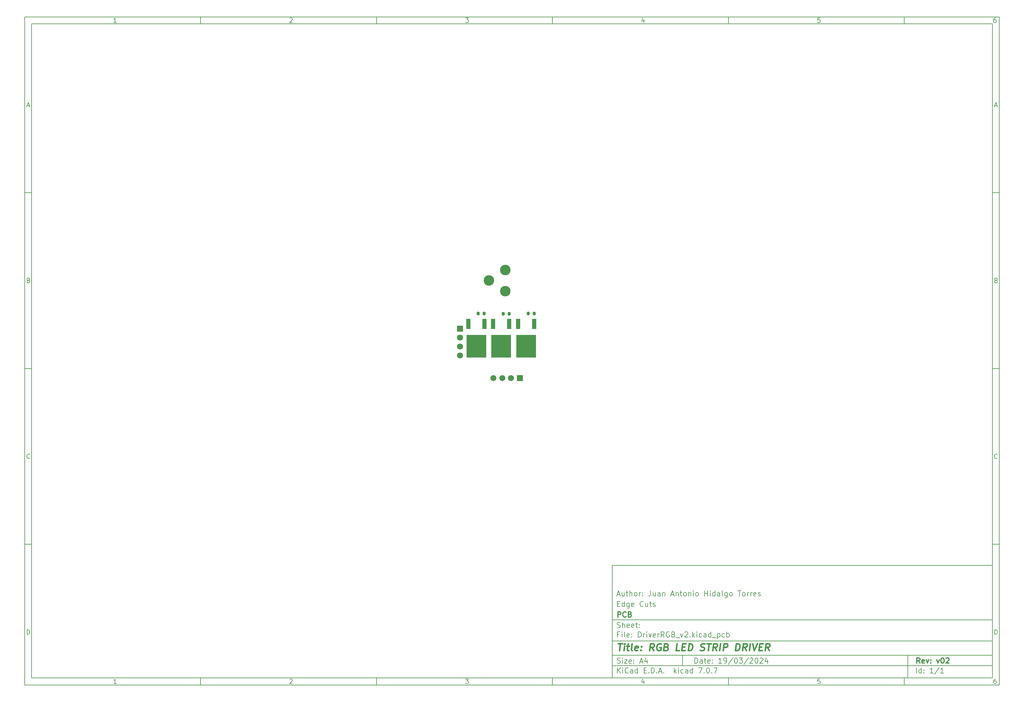
<source format=gts>
%TF.GenerationSoftware,KiCad,Pcbnew,7.0.7*%
%TF.CreationDate,2024-06-20T22:52:00+02:00*%
%TF.ProjectId,DriverRGB_v2,44726976-6572-4524-9742-5f76322e6b69,v02*%
%TF.SameCoordinates,Original*%
%TF.FileFunction,Soldermask,Top*%
%TF.FilePolarity,Negative*%
%FSLAX46Y46*%
G04 Gerber Fmt 4.6, Leading zero omitted, Abs format (unit mm)*
G04 Created by KiCad (PCBNEW 7.0.7) date 2024-06-20 22:52:00*
%MOMM*%
%LPD*%
G01*
G04 APERTURE LIST*
G04 Aperture macros list*
%AMRoundRect*
0 Rectangle with rounded corners*
0 $1 Rounding radius*
0 $2 $3 $4 $5 $6 $7 $8 $9 X,Y pos of 4 corners*
0 Add a 4 corners polygon primitive as box body*
4,1,4,$2,$3,$4,$5,$6,$7,$8,$9,$2,$3,0*
0 Add four circle primitives for the rounded corners*
1,1,$1+$1,$2,$3*
1,1,$1+$1,$4,$5*
1,1,$1+$1,$6,$7*
1,1,$1+$1,$8,$9*
0 Add four rect primitives between the rounded corners*
20,1,$1+$1,$2,$3,$4,$5,0*
20,1,$1+$1,$4,$5,$6,$7,0*
20,1,$1+$1,$6,$7,$8,$9,0*
20,1,$1+$1,$8,$9,$2,$3,0*%
G04 Aperture macros list end*
%ADD10C,0.100000*%
%ADD11C,0.150000*%
%ADD12C,0.300000*%
%ADD13C,0.400000*%
%ADD14RoundRect,0.102000X0.754000X0.754000X-0.754000X0.754000X-0.754000X-0.754000X0.754000X-0.754000X0*%
%ADD15C,1.712000*%
%ADD16R,1.250000X2.850000*%
%ADD17R,5.550000X6.500000*%
%ADD18C,3.000000*%
%ADD19RoundRect,0.200000X-0.200000X-0.275000X0.200000X-0.275000X0.200000X0.275000X-0.200000X0.275000X0*%
%ADD20R,1.725000X1.725000*%
%ADD21C,1.725000*%
G04 APERTURE END LIST*
D10*
D11*
X177002200Y-166007200D02*
X285002200Y-166007200D01*
X285002200Y-198007200D01*
X177002200Y-198007200D01*
X177002200Y-166007200D01*
D10*
D11*
X10000000Y-10000000D02*
X287002200Y-10000000D01*
X287002200Y-200007200D01*
X10000000Y-200007200D01*
X10000000Y-10000000D01*
D10*
D11*
X12000000Y-12000000D02*
X285002200Y-12000000D01*
X285002200Y-198007200D01*
X12000000Y-198007200D01*
X12000000Y-12000000D01*
D10*
D11*
X60000000Y-12000000D02*
X60000000Y-10000000D01*
D10*
D11*
X110000000Y-12000000D02*
X110000000Y-10000000D01*
D10*
D11*
X160000000Y-12000000D02*
X160000000Y-10000000D01*
D10*
D11*
X210000000Y-12000000D02*
X210000000Y-10000000D01*
D10*
D11*
X260000000Y-12000000D02*
X260000000Y-10000000D01*
D10*
D11*
X36089160Y-11593604D02*
X35346303Y-11593604D01*
X35717731Y-11593604D02*
X35717731Y-10293604D01*
X35717731Y-10293604D02*
X35593922Y-10479319D01*
X35593922Y-10479319D02*
X35470112Y-10603128D01*
X35470112Y-10603128D02*
X35346303Y-10665033D01*
D10*
D11*
X85346303Y-10417414D02*
X85408207Y-10355509D01*
X85408207Y-10355509D02*
X85532017Y-10293604D01*
X85532017Y-10293604D02*
X85841541Y-10293604D01*
X85841541Y-10293604D02*
X85965350Y-10355509D01*
X85965350Y-10355509D02*
X86027255Y-10417414D01*
X86027255Y-10417414D02*
X86089160Y-10541223D01*
X86089160Y-10541223D02*
X86089160Y-10665033D01*
X86089160Y-10665033D02*
X86027255Y-10850747D01*
X86027255Y-10850747D02*
X85284398Y-11593604D01*
X85284398Y-11593604D02*
X86089160Y-11593604D01*
D10*
D11*
X135284398Y-10293604D02*
X136089160Y-10293604D01*
X136089160Y-10293604D02*
X135655826Y-10788842D01*
X135655826Y-10788842D02*
X135841541Y-10788842D01*
X135841541Y-10788842D02*
X135965350Y-10850747D01*
X135965350Y-10850747D02*
X136027255Y-10912652D01*
X136027255Y-10912652D02*
X136089160Y-11036461D01*
X136089160Y-11036461D02*
X136089160Y-11345985D01*
X136089160Y-11345985D02*
X136027255Y-11469795D01*
X136027255Y-11469795D02*
X135965350Y-11531700D01*
X135965350Y-11531700D02*
X135841541Y-11593604D01*
X135841541Y-11593604D02*
X135470112Y-11593604D01*
X135470112Y-11593604D02*
X135346303Y-11531700D01*
X135346303Y-11531700D02*
X135284398Y-11469795D01*
D10*
D11*
X185965350Y-10726938D02*
X185965350Y-11593604D01*
X185655826Y-10231700D02*
X185346303Y-11160271D01*
X185346303Y-11160271D02*
X186151064Y-11160271D01*
D10*
D11*
X236027255Y-10293604D02*
X235408207Y-10293604D01*
X235408207Y-10293604D02*
X235346303Y-10912652D01*
X235346303Y-10912652D02*
X235408207Y-10850747D01*
X235408207Y-10850747D02*
X235532017Y-10788842D01*
X235532017Y-10788842D02*
X235841541Y-10788842D01*
X235841541Y-10788842D02*
X235965350Y-10850747D01*
X235965350Y-10850747D02*
X236027255Y-10912652D01*
X236027255Y-10912652D02*
X236089160Y-11036461D01*
X236089160Y-11036461D02*
X236089160Y-11345985D01*
X236089160Y-11345985D02*
X236027255Y-11469795D01*
X236027255Y-11469795D02*
X235965350Y-11531700D01*
X235965350Y-11531700D02*
X235841541Y-11593604D01*
X235841541Y-11593604D02*
X235532017Y-11593604D01*
X235532017Y-11593604D02*
X235408207Y-11531700D01*
X235408207Y-11531700D02*
X235346303Y-11469795D01*
D10*
D11*
X285965350Y-10293604D02*
X285717731Y-10293604D01*
X285717731Y-10293604D02*
X285593922Y-10355509D01*
X285593922Y-10355509D02*
X285532017Y-10417414D01*
X285532017Y-10417414D02*
X285408207Y-10603128D01*
X285408207Y-10603128D02*
X285346303Y-10850747D01*
X285346303Y-10850747D02*
X285346303Y-11345985D01*
X285346303Y-11345985D02*
X285408207Y-11469795D01*
X285408207Y-11469795D02*
X285470112Y-11531700D01*
X285470112Y-11531700D02*
X285593922Y-11593604D01*
X285593922Y-11593604D02*
X285841541Y-11593604D01*
X285841541Y-11593604D02*
X285965350Y-11531700D01*
X285965350Y-11531700D02*
X286027255Y-11469795D01*
X286027255Y-11469795D02*
X286089160Y-11345985D01*
X286089160Y-11345985D02*
X286089160Y-11036461D01*
X286089160Y-11036461D02*
X286027255Y-10912652D01*
X286027255Y-10912652D02*
X285965350Y-10850747D01*
X285965350Y-10850747D02*
X285841541Y-10788842D01*
X285841541Y-10788842D02*
X285593922Y-10788842D01*
X285593922Y-10788842D02*
X285470112Y-10850747D01*
X285470112Y-10850747D02*
X285408207Y-10912652D01*
X285408207Y-10912652D02*
X285346303Y-11036461D01*
D10*
D11*
X60000000Y-198007200D02*
X60000000Y-200007200D01*
D10*
D11*
X110000000Y-198007200D02*
X110000000Y-200007200D01*
D10*
D11*
X160000000Y-198007200D02*
X160000000Y-200007200D01*
D10*
D11*
X210000000Y-198007200D02*
X210000000Y-200007200D01*
D10*
D11*
X260000000Y-198007200D02*
X260000000Y-200007200D01*
D10*
D11*
X36089160Y-199600804D02*
X35346303Y-199600804D01*
X35717731Y-199600804D02*
X35717731Y-198300804D01*
X35717731Y-198300804D02*
X35593922Y-198486519D01*
X35593922Y-198486519D02*
X35470112Y-198610328D01*
X35470112Y-198610328D02*
X35346303Y-198672233D01*
D10*
D11*
X85346303Y-198424614D02*
X85408207Y-198362709D01*
X85408207Y-198362709D02*
X85532017Y-198300804D01*
X85532017Y-198300804D02*
X85841541Y-198300804D01*
X85841541Y-198300804D02*
X85965350Y-198362709D01*
X85965350Y-198362709D02*
X86027255Y-198424614D01*
X86027255Y-198424614D02*
X86089160Y-198548423D01*
X86089160Y-198548423D02*
X86089160Y-198672233D01*
X86089160Y-198672233D02*
X86027255Y-198857947D01*
X86027255Y-198857947D02*
X85284398Y-199600804D01*
X85284398Y-199600804D02*
X86089160Y-199600804D01*
D10*
D11*
X135284398Y-198300804D02*
X136089160Y-198300804D01*
X136089160Y-198300804D02*
X135655826Y-198796042D01*
X135655826Y-198796042D02*
X135841541Y-198796042D01*
X135841541Y-198796042D02*
X135965350Y-198857947D01*
X135965350Y-198857947D02*
X136027255Y-198919852D01*
X136027255Y-198919852D02*
X136089160Y-199043661D01*
X136089160Y-199043661D02*
X136089160Y-199353185D01*
X136089160Y-199353185D02*
X136027255Y-199476995D01*
X136027255Y-199476995D02*
X135965350Y-199538900D01*
X135965350Y-199538900D02*
X135841541Y-199600804D01*
X135841541Y-199600804D02*
X135470112Y-199600804D01*
X135470112Y-199600804D02*
X135346303Y-199538900D01*
X135346303Y-199538900D02*
X135284398Y-199476995D01*
D10*
D11*
X185965350Y-198734138D02*
X185965350Y-199600804D01*
X185655826Y-198238900D02*
X185346303Y-199167471D01*
X185346303Y-199167471D02*
X186151064Y-199167471D01*
D10*
D11*
X236027255Y-198300804D02*
X235408207Y-198300804D01*
X235408207Y-198300804D02*
X235346303Y-198919852D01*
X235346303Y-198919852D02*
X235408207Y-198857947D01*
X235408207Y-198857947D02*
X235532017Y-198796042D01*
X235532017Y-198796042D02*
X235841541Y-198796042D01*
X235841541Y-198796042D02*
X235965350Y-198857947D01*
X235965350Y-198857947D02*
X236027255Y-198919852D01*
X236027255Y-198919852D02*
X236089160Y-199043661D01*
X236089160Y-199043661D02*
X236089160Y-199353185D01*
X236089160Y-199353185D02*
X236027255Y-199476995D01*
X236027255Y-199476995D02*
X235965350Y-199538900D01*
X235965350Y-199538900D02*
X235841541Y-199600804D01*
X235841541Y-199600804D02*
X235532017Y-199600804D01*
X235532017Y-199600804D02*
X235408207Y-199538900D01*
X235408207Y-199538900D02*
X235346303Y-199476995D01*
D10*
D11*
X285965350Y-198300804D02*
X285717731Y-198300804D01*
X285717731Y-198300804D02*
X285593922Y-198362709D01*
X285593922Y-198362709D02*
X285532017Y-198424614D01*
X285532017Y-198424614D02*
X285408207Y-198610328D01*
X285408207Y-198610328D02*
X285346303Y-198857947D01*
X285346303Y-198857947D02*
X285346303Y-199353185D01*
X285346303Y-199353185D02*
X285408207Y-199476995D01*
X285408207Y-199476995D02*
X285470112Y-199538900D01*
X285470112Y-199538900D02*
X285593922Y-199600804D01*
X285593922Y-199600804D02*
X285841541Y-199600804D01*
X285841541Y-199600804D02*
X285965350Y-199538900D01*
X285965350Y-199538900D02*
X286027255Y-199476995D01*
X286027255Y-199476995D02*
X286089160Y-199353185D01*
X286089160Y-199353185D02*
X286089160Y-199043661D01*
X286089160Y-199043661D02*
X286027255Y-198919852D01*
X286027255Y-198919852D02*
X285965350Y-198857947D01*
X285965350Y-198857947D02*
X285841541Y-198796042D01*
X285841541Y-198796042D02*
X285593922Y-198796042D01*
X285593922Y-198796042D02*
X285470112Y-198857947D01*
X285470112Y-198857947D02*
X285408207Y-198919852D01*
X285408207Y-198919852D02*
X285346303Y-199043661D01*
D10*
D11*
X10000000Y-60000000D02*
X12000000Y-60000000D01*
D10*
D11*
X10000000Y-110000000D02*
X12000000Y-110000000D01*
D10*
D11*
X10000000Y-160000000D02*
X12000000Y-160000000D01*
D10*
D11*
X10690476Y-35222176D02*
X11309523Y-35222176D01*
X10566666Y-35593604D02*
X10999999Y-34293604D01*
X10999999Y-34293604D02*
X11433333Y-35593604D01*
D10*
D11*
X11092857Y-84912652D02*
X11278571Y-84974557D01*
X11278571Y-84974557D02*
X11340476Y-85036461D01*
X11340476Y-85036461D02*
X11402380Y-85160271D01*
X11402380Y-85160271D02*
X11402380Y-85345985D01*
X11402380Y-85345985D02*
X11340476Y-85469795D01*
X11340476Y-85469795D02*
X11278571Y-85531700D01*
X11278571Y-85531700D02*
X11154761Y-85593604D01*
X11154761Y-85593604D02*
X10659523Y-85593604D01*
X10659523Y-85593604D02*
X10659523Y-84293604D01*
X10659523Y-84293604D02*
X11092857Y-84293604D01*
X11092857Y-84293604D02*
X11216666Y-84355509D01*
X11216666Y-84355509D02*
X11278571Y-84417414D01*
X11278571Y-84417414D02*
X11340476Y-84541223D01*
X11340476Y-84541223D02*
X11340476Y-84665033D01*
X11340476Y-84665033D02*
X11278571Y-84788842D01*
X11278571Y-84788842D02*
X11216666Y-84850747D01*
X11216666Y-84850747D02*
X11092857Y-84912652D01*
X11092857Y-84912652D02*
X10659523Y-84912652D01*
D10*
D11*
X11402380Y-135469795D02*
X11340476Y-135531700D01*
X11340476Y-135531700D02*
X11154761Y-135593604D01*
X11154761Y-135593604D02*
X11030952Y-135593604D01*
X11030952Y-135593604D02*
X10845238Y-135531700D01*
X10845238Y-135531700D02*
X10721428Y-135407890D01*
X10721428Y-135407890D02*
X10659523Y-135284080D01*
X10659523Y-135284080D02*
X10597619Y-135036461D01*
X10597619Y-135036461D02*
X10597619Y-134850747D01*
X10597619Y-134850747D02*
X10659523Y-134603128D01*
X10659523Y-134603128D02*
X10721428Y-134479319D01*
X10721428Y-134479319D02*
X10845238Y-134355509D01*
X10845238Y-134355509D02*
X11030952Y-134293604D01*
X11030952Y-134293604D02*
X11154761Y-134293604D01*
X11154761Y-134293604D02*
X11340476Y-134355509D01*
X11340476Y-134355509D02*
X11402380Y-134417414D01*
D10*
D11*
X10659523Y-185593604D02*
X10659523Y-184293604D01*
X10659523Y-184293604D02*
X10969047Y-184293604D01*
X10969047Y-184293604D02*
X11154761Y-184355509D01*
X11154761Y-184355509D02*
X11278571Y-184479319D01*
X11278571Y-184479319D02*
X11340476Y-184603128D01*
X11340476Y-184603128D02*
X11402380Y-184850747D01*
X11402380Y-184850747D02*
X11402380Y-185036461D01*
X11402380Y-185036461D02*
X11340476Y-185284080D01*
X11340476Y-185284080D02*
X11278571Y-185407890D01*
X11278571Y-185407890D02*
X11154761Y-185531700D01*
X11154761Y-185531700D02*
X10969047Y-185593604D01*
X10969047Y-185593604D02*
X10659523Y-185593604D01*
D10*
D11*
X287002200Y-60000000D02*
X285002200Y-60000000D01*
D10*
D11*
X287002200Y-110000000D02*
X285002200Y-110000000D01*
D10*
D11*
X287002200Y-160000000D02*
X285002200Y-160000000D01*
D10*
D11*
X285692676Y-35222176D02*
X286311723Y-35222176D01*
X285568866Y-35593604D02*
X286002199Y-34293604D01*
X286002199Y-34293604D02*
X286435533Y-35593604D01*
D10*
D11*
X286095057Y-84912652D02*
X286280771Y-84974557D01*
X286280771Y-84974557D02*
X286342676Y-85036461D01*
X286342676Y-85036461D02*
X286404580Y-85160271D01*
X286404580Y-85160271D02*
X286404580Y-85345985D01*
X286404580Y-85345985D02*
X286342676Y-85469795D01*
X286342676Y-85469795D02*
X286280771Y-85531700D01*
X286280771Y-85531700D02*
X286156961Y-85593604D01*
X286156961Y-85593604D02*
X285661723Y-85593604D01*
X285661723Y-85593604D02*
X285661723Y-84293604D01*
X285661723Y-84293604D02*
X286095057Y-84293604D01*
X286095057Y-84293604D02*
X286218866Y-84355509D01*
X286218866Y-84355509D02*
X286280771Y-84417414D01*
X286280771Y-84417414D02*
X286342676Y-84541223D01*
X286342676Y-84541223D02*
X286342676Y-84665033D01*
X286342676Y-84665033D02*
X286280771Y-84788842D01*
X286280771Y-84788842D02*
X286218866Y-84850747D01*
X286218866Y-84850747D02*
X286095057Y-84912652D01*
X286095057Y-84912652D02*
X285661723Y-84912652D01*
D10*
D11*
X286404580Y-135469795D02*
X286342676Y-135531700D01*
X286342676Y-135531700D02*
X286156961Y-135593604D01*
X286156961Y-135593604D02*
X286033152Y-135593604D01*
X286033152Y-135593604D02*
X285847438Y-135531700D01*
X285847438Y-135531700D02*
X285723628Y-135407890D01*
X285723628Y-135407890D02*
X285661723Y-135284080D01*
X285661723Y-135284080D02*
X285599819Y-135036461D01*
X285599819Y-135036461D02*
X285599819Y-134850747D01*
X285599819Y-134850747D02*
X285661723Y-134603128D01*
X285661723Y-134603128D02*
X285723628Y-134479319D01*
X285723628Y-134479319D02*
X285847438Y-134355509D01*
X285847438Y-134355509D02*
X286033152Y-134293604D01*
X286033152Y-134293604D02*
X286156961Y-134293604D01*
X286156961Y-134293604D02*
X286342676Y-134355509D01*
X286342676Y-134355509D02*
X286404580Y-134417414D01*
D10*
D11*
X285661723Y-185593604D02*
X285661723Y-184293604D01*
X285661723Y-184293604D02*
X285971247Y-184293604D01*
X285971247Y-184293604D02*
X286156961Y-184355509D01*
X286156961Y-184355509D02*
X286280771Y-184479319D01*
X286280771Y-184479319D02*
X286342676Y-184603128D01*
X286342676Y-184603128D02*
X286404580Y-184850747D01*
X286404580Y-184850747D02*
X286404580Y-185036461D01*
X286404580Y-185036461D02*
X286342676Y-185284080D01*
X286342676Y-185284080D02*
X286280771Y-185407890D01*
X286280771Y-185407890D02*
X286156961Y-185531700D01*
X286156961Y-185531700D02*
X285971247Y-185593604D01*
X285971247Y-185593604D02*
X285661723Y-185593604D01*
D10*
D11*
X200458026Y-193793328D02*
X200458026Y-192293328D01*
X200458026Y-192293328D02*
X200815169Y-192293328D01*
X200815169Y-192293328D02*
X201029455Y-192364757D01*
X201029455Y-192364757D02*
X201172312Y-192507614D01*
X201172312Y-192507614D02*
X201243741Y-192650471D01*
X201243741Y-192650471D02*
X201315169Y-192936185D01*
X201315169Y-192936185D02*
X201315169Y-193150471D01*
X201315169Y-193150471D02*
X201243741Y-193436185D01*
X201243741Y-193436185D02*
X201172312Y-193579042D01*
X201172312Y-193579042D02*
X201029455Y-193721900D01*
X201029455Y-193721900D02*
X200815169Y-193793328D01*
X200815169Y-193793328D02*
X200458026Y-193793328D01*
X202600884Y-193793328D02*
X202600884Y-193007614D01*
X202600884Y-193007614D02*
X202529455Y-192864757D01*
X202529455Y-192864757D02*
X202386598Y-192793328D01*
X202386598Y-192793328D02*
X202100884Y-192793328D01*
X202100884Y-192793328D02*
X201958026Y-192864757D01*
X202600884Y-193721900D02*
X202458026Y-193793328D01*
X202458026Y-193793328D02*
X202100884Y-193793328D01*
X202100884Y-193793328D02*
X201958026Y-193721900D01*
X201958026Y-193721900D02*
X201886598Y-193579042D01*
X201886598Y-193579042D02*
X201886598Y-193436185D01*
X201886598Y-193436185D02*
X201958026Y-193293328D01*
X201958026Y-193293328D02*
X202100884Y-193221900D01*
X202100884Y-193221900D02*
X202458026Y-193221900D01*
X202458026Y-193221900D02*
X202600884Y-193150471D01*
X203100884Y-192793328D02*
X203672312Y-192793328D01*
X203315169Y-192293328D02*
X203315169Y-193579042D01*
X203315169Y-193579042D02*
X203386598Y-193721900D01*
X203386598Y-193721900D02*
X203529455Y-193793328D01*
X203529455Y-193793328D02*
X203672312Y-193793328D01*
X204743741Y-193721900D02*
X204600884Y-193793328D01*
X204600884Y-193793328D02*
X204315170Y-193793328D01*
X204315170Y-193793328D02*
X204172312Y-193721900D01*
X204172312Y-193721900D02*
X204100884Y-193579042D01*
X204100884Y-193579042D02*
X204100884Y-193007614D01*
X204100884Y-193007614D02*
X204172312Y-192864757D01*
X204172312Y-192864757D02*
X204315170Y-192793328D01*
X204315170Y-192793328D02*
X204600884Y-192793328D01*
X204600884Y-192793328D02*
X204743741Y-192864757D01*
X204743741Y-192864757D02*
X204815170Y-193007614D01*
X204815170Y-193007614D02*
X204815170Y-193150471D01*
X204815170Y-193150471D02*
X204100884Y-193293328D01*
X205458026Y-193650471D02*
X205529455Y-193721900D01*
X205529455Y-193721900D02*
X205458026Y-193793328D01*
X205458026Y-193793328D02*
X205386598Y-193721900D01*
X205386598Y-193721900D02*
X205458026Y-193650471D01*
X205458026Y-193650471D02*
X205458026Y-193793328D01*
X205458026Y-192864757D02*
X205529455Y-192936185D01*
X205529455Y-192936185D02*
X205458026Y-193007614D01*
X205458026Y-193007614D02*
X205386598Y-192936185D01*
X205386598Y-192936185D02*
X205458026Y-192864757D01*
X205458026Y-192864757D02*
X205458026Y-193007614D01*
X208100884Y-193793328D02*
X207243741Y-193793328D01*
X207672312Y-193793328D02*
X207672312Y-192293328D01*
X207672312Y-192293328D02*
X207529455Y-192507614D01*
X207529455Y-192507614D02*
X207386598Y-192650471D01*
X207386598Y-192650471D02*
X207243741Y-192721900D01*
X208815169Y-193793328D02*
X209100883Y-193793328D01*
X209100883Y-193793328D02*
X209243740Y-193721900D01*
X209243740Y-193721900D02*
X209315169Y-193650471D01*
X209315169Y-193650471D02*
X209458026Y-193436185D01*
X209458026Y-193436185D02*
X209529455Y-193150471D01*
X209529455Y-193150471D02*
X209529455Y-192579042D01*
X209529455Y-192579042D02*
X209458026Y-192436185D01*
X209458026Y-192436185D02*
X209386598Y-192364757D01*
X209386598Y-192364757D02*
X209243740Y-192293328D01*
X209243740Y-192293328D02*
X208958026Y-192293328D01*
X208958026Y-192293328D02*
X208815169Y-192364757D01*
X208815169Y-192364757D02*
X208743740Y-192436185D01*
X208743740Y-192436185D02*
X208672312Y-192579042D01*
X208672312Y-192579042D02*
X208672312Y-192936185D01*
X208672312Y-192936185D02*
X208743740Y-193079042D01*
X208743740Y-193079042D02*
X208815169Y-193150471D01*
X208815169Y-193150471D02*
X208958026Y-193221900D01*
X208958026Y-193221900D02*
X209243740Y-193221900D01*
X209243740Y-193221900D02*
X209386598Y-193150471D01*
X209386598Y-193150471D02*
X209458026Y-193079042D01*
X209458026Y-193079042D02*
X209529455Y-192936185D01*
X211243740Y-192221900D02*
X209958026Y-194150471D01*
X212029455Y-192293328D02*
X212172312Y-192293328D01*
X212172312Y-192293328D02*
X212315169Y-192364757D01*
X212315169Y-192364757D02*
X212386598Y-192436185D01*
X212386598Y-192436185D02*
X212458026Y-192579042D01*
X212458026Y-192579042D02*
X212529455Y-192864757D01*
X212529455Y-192864757D02*
X212529455Y-193221900D01*
X212529455Y-193221900D02*
X212458026Y-193507614D01*
X212458026Y-193507614D02*
X212386598Y-193650471D01*
X212386598Y-193650471D02*
X212315169Y-193721900D01*
X212315169Y-193721900D02*
X212172312Y-193793328D01*
X212172312Y-193793328D02*
X212029455Y-193793328D01*
X212029455Y-193793328D02*
X211886598Y-193721900D01*
X211886598Y-193721900D02*
X211815169Y-193650471D01*
X211815169Y-193650471D02*
X211743740Y-193507614D01*
X211743740Y-193507614D02*
X211672312Y-193221900D01*
X211672312Y-193221900D02*
X211672312Y-192864757D01*
X211672312Y-192864757D02*
X211743740Y-192579042D01*
X211743740Y-192579042D02*
X211815169Y-192436185D01*
X211815169Y-192436185D02*
X211886598Y-192364757D01*
X211886598Y-192364757D02*
X212029455Y-192293328D01*
X213029454Y-192293328D02*
X213958026Y-192293328D01*
X213958026Y-192293328D02*
X213458026Y-192864757D01*
X213458026Y-192864757D02*
X213672311Y-192864757D01*
X213672311Y-192864757D02*
X213815169Y-192936185D01*
X213815169Y-192936185D02*
X213886597Y-193007614D01*
X213886597Y-193007614D02*
X213958026Y-193150471D01*
X213958026Y-193150471D02*
X213958026Y-193507614D01*
X213958026Y-193507614D02*
X213886597Y-193650471D01*
X213886597Y-193650471D02*
X213815169Y-193721900D01*
X213815169Y-193721900D02*
X213672311Y-193793328D01*
X213672311Y-193793328D02*
X213243740Y-193793328D01*
X213243740Y-193793328D02*
X213100883Y-193721900D01*
X213100883Y-193721900D02*
X213029454Y-193650471D01*
X215672311Y-192221900D02*
X214386597Y-194150471D01*
X216100883Y-192436185D02*
X216172311Y-192364757D01*
X216172311Y-192364757D02*
X216315169Y-192293328D01*
X216315169Y-192293328D02*
X216672311Y-192293328D01*
X216672311Y-192293328D02*
X216815169Y-192364757D01*
X216815169Y-192364757D02*
X216886597Y-192436185D01*
X216886597Y-192436185D02*
X216958026Y-192579042D01*
X216958026Y-192579042D02*
X216958026Y-192721900D01*
X216958026Y-192721900D02*
X216886597Y-192936185D01*
X216886597Y-192936185D02*
X216029454Y-193793328D01*
X216029454Y-193793328D02*
X216958026Y-193793328D01*
X217886597Y-192293328D02*
X218029454Y-192293328D01*
X218029454Y-192293328D02*
X218172311Y-192364757D01*
X218172311Y-192364757D02*
X218243740Y-192436185D01*
X218243740Y-192436185D02*
X218315168Y-192579042D01*
X218315168Y-192579042D02*
X218386597Y-192864757D01*
X218386597Y-192864757D02*
X218386597Y-193221900D01*
X218386597Y-193221900D02*
X218315168Y-193507614D01*
X218315168Y-193507614D02*
X218243740Y-193650471D01*
X218243740Y-193650471D02*
X218172311Y-193721900D01*
X218172311Y-193721900D02*
X218029454Y-193793328D01*
X218029454Y-193793328D02*
X217886597Y-193793328D01*
X217886597Y-193793328D02*
X217743740Y-193721900D01*
X217743740Y-193721900D02*
X217672311Y-193650471D01*
X217672311Y-193650471D02*
X217600882Y-193507614D01*
X217600882Y-193507614D02*
X217529454Y-193221900D01*
X217529454Y-193221900D02*
X217529454Y-192864757D01*
X217529454Y-192864757D02*
X217600882Y-192579042D01*
X217600882Y-192579042D02*
X217672311Y-192436185D01*
X217672311Y-192436185D02*
X217743740Y-192364757D01*
X217743740Y-192364757D02*
X217886597Y-192293328D01*
X218958025Y-192436185D02*
X219029453Y-192364757D01*
X219029453Y-192364757D02*
X219172311Y-192293328D01*
X219172311Y-192293328D02*
X219529453Y-192293328D01*
X219529453Y-192293328D02*
X219672311Y-192364757D01*
X219672311Y-192364757D02*
X219743739Y-192436185D01*
X219743739Y-192436185D02*
X219815168Y-192579042D01*
X219815168Y-192579042D02*
X219815168Y-192721900D01*
X219815168Y-192721900D02*
X219743739Y-192936185D01*
X219743739Y-192936185D02*
X218886596Y-193793328D01*
X218886596Y-193793328D02*
X219815168Y-193793328D01*
X221100882Y-192793328D02*
X221100882Y-193793328D01*
X220743739Y-192221900D02*
X220386596Y-193293328D01*
X220386596Y-193293328D02*
X221315167Y-193293328D01*
D10*
D11*
X177002200Y-194507200D02*
X285002200Y-194507200D01*
D10*
D11*
X178458026Y-196593328D02*
X178458026Y-195093328D01*
X179315169Y-196593328D02*
X178672312Y-195736185D01*
X179315169Y-195093328D02*
X178458026Y-195950471D01*
X179958026Y-196593328D02*
X179958026Y-195593328D01*
X179958026Y-195093328D02*
X179886598Y-195164757D01*
X179886598Y-195164757D02*
X179958026Y-195236185D01*
X179958026Y-195236185D02*
X180029455Y-195164757D01*
X180029455Y-195164757D02*
X179958026Y-195093328D01*
X179958026Y-195093328D02*
X179958026Y-195236185D01*
X181529455Y-196450471D02*
X181458027Y-196521900D01*
X181458027Y-196521900D02*
X181243741Y-196593328D01*
X181243741Y-196593328D02*
X181100884Y-196593328D01*
X181100884Y-196593328D02*
X180886598Y-196521900D01*
X180886598Y-196521900D02*
X180743741Y-196379042D01*
X180743741Y-196379042D02*
X180672312Y-196236185D01*
X180672312Y-196236185D02*
X180600884Y-195950471D01*
X180600884Y-195950471D02*
X180600884Y-195736185D01*
X180600884Y-195736185D02*
X180672312Y-195450471D01*
X180672312Y-195450471D02*
X180743741Y-195307614D01*
X180743741Y-195307614D02*
X180886598Y-195164757D01*
X180886598Y-195164757D02*
X181100884Y-195093328D01*
X181100884Y-195093328D02*
X181243741Y-195093328D01*
X181243741Y-195093328D02*
X181458027Y-195164757D01*
X181458027Y-195164757D02*
X181529455Y-195236185D01*
X182815170Y-196593328D02*
X182815170Y-195807614D01*
X182815170Y-195807614D02*
X182743741Y-195664757D01*
X182743741Y-195664757D02*
X182600884Y-195593328D01*
X182600884Y-195593328D02*
X182315170Y-195593328D01*
X182315170Y-195593328D02*
X182172312Y-195664757D01*
X182815170Y-196521900D02*
X182672312Y-196593328D01*
X182672312Y-196593328D02*
X182315170Y-196593328D01*
X182315170Y-196593328D02*
X182172312Y-196521900D01*
X182172312Y-196521900D02*
X182100884Y-196379042D01*
X182100884Y-196379042D02*
X182100884Y-196236185D01*
X182100884Y-196236185D02*
X182172312Y-196093328D01*
X182172312Y-196093328D02*
X182315170Y-196021900D01*
X182315170Y-196021900D02*
X182672312Y-196021900D01*
X182672312Y-196021900D02*
X182815170Y-195950471D01*
X184172313Y-196593328D02*
X184172313Y-195093328D01*
X184172313Y-196521900D02*
X184029455Y-196593328D01*
X184029455Y-196593328D02*
X183743741Y-196593328D01*
X183743741Y-196593328D02*
X183600884Y-196521900D01*
X183600884Y-196521900D02*
X183529455Y-196450471D01*
X183529455Y-196450471D02*
X183458027Y-196307614D01*
X183458027Y-196307614D02*
X183458027Y-195879042D01*
X183458027Y-195879042D02*
X183529455Y-195736185D01*
X183529455Y-195736185D02*
X183600884Y-195664757D01*
X183600884Y-195664757D02*
X183743741Y-195593328D01*
X183743741Y-195593328D02*
X184029455Y-195593328D01*
X184029455Y-195593328D02*
X184172313Y-195664757D01*
X186029455Y-195807614D02*
X186529455Y-195807614D01*
X186743741Y-196593328D02*
X186029455Y-196593328D01*
X186029455Y-196593328D02*
X186029455Y-195093328D01*
X186029455Y-195093328D02*
X186743741Y-195093328D01*
X187386598Y-196450471D02*
X187458027Y-196521900D01*
X187458027Y-196521900D02*
X187386598Y-196593328D01*
X187386598Y-196593328D02*
X187315170Y-196521900D01*
X187315170Y-196521900D02*
X187386598Y-196450471D01*
X187386598Y-196450471D02*
X187386598Y-196593328D01*
X188100884Y-196593328D02*
X188100884Y-195093328D01*
X188100884Y-195093328D02*
X188458027Y-195093328D01*
X188458027Y-195093328D02*
X188672313Y-195164757D01*
X188672313Y-195164757D02*
X188815170Y-195307614D01*
X188815170Y-195307614D02*
X188886599Y-195450471D01*
X188886599Y-195450471D02*
X188958027Y-195736185D01*
X188958027Y-195736185D02*
X188958027Y-195950471D01*
X188958027Y-195950471D02*
X188886599Y-196236185D01*
X188886599Y-196236185D02*
X188815170Y-196379042D01*
X188815170Y-196379042D02*
X188672313Y-196521900D01*
X188672313Y-196521900D02*
X188458027Y-196593328D01*
X188458027Y-196593328D02*
X188100884Y-196593328D01*
X189600884Y-196450471D02*
X189672313Y-196521900D01*
X189672313Y-196521900D02*
X189600884Y-196593328D01*
X189600884Y-196593328D02*
X189529456Y-196521900D01*
X189529456Y-196521900D02*
X189600884Y-196450471D01*
X189600884Y-196450471D02*
X189600884Y-196593328D01*
X190243742Y-196164757D02*
X190958028Y-196164757D01*
X190100885Y-196593328D02*
X190600885Y-195093328D01*
X190600885Y-195093328D02*
X191100885Y-196593328D01*
X191600884Y-196450471D02*
X191672313Y-196521900D01*
X191672313Y-196521900D02*
X191600884Y-196593328D01*
X191600884Y-196593328D02*
X191529456Y-196521900D01*
X191529456Y-196521900D02*
X191600884Y-196450471D01*
X191600884Y-196450471D02*
X191600884Y-196593328D01*
X194600884Y-196593328D02*
X194600884Y-195093328D01*
X194743742Y-196021900D02*
X195172313Y-196593328D01*
X195172313Y-195593328D02*
X194600884Y-196164757D01*
X195815170Y-196593328D02*
X195815170Y-195593328D01*
X195815170Y-195093328D02*
X195743742Y-195164757D01*
X195743742Y-195164757D02*
X195815170Y-195236185D01*
X195815170Y-195236185D02*
X195886599Y-195164757D01*
X195886599Y-195164757D02*
X195815170Y-195093328D01*
X195815170Y-195093328D02*
X195815170Y-195236185D01*
X197172314Y-196521900D02*
X197029456Y-196593328D01*
X197029456Y-196593328D02*
X196743742Y-196593328D01*
X196743742Y-196593328D02*
X196600885Y-196521900D01*
X196600885Y-196521900D02*
X196529456Y-196450471D01*
X196529456Y-196450471D02*
X196458028Y-196307614D01*
X196458028Y-196307614D02*
X196458028Y-195879042D01*
X196458028Y-195879042D02*
X196529456Y-195736185D01*
X196529456Y-195736185D02*
X196600885Y-195664757D01*
X196600885Y-195664757D02*
X196743742Y-195593328D01*
X196743742Y-195593328D02*
X197029456Y-195593328D01*
X197029456Y-195593328D02*
X197172314Y-195664757D01*
X198458028Y-196593328D02*
X198458028Y-195807614D01*
X198458028Y-195807614D02*
X198386599Y-195664757D01*
X198386599Y-195664757D02*
X198243742Y-195593328D01*
X198243742Y-195593328D02*
X197958028Y-195593328D01*
X197958028Y-195593328D02*
X197815170Y-195664757D01*
X198458028Y-196521900D02*
X198315170Y-196593328D01*
X198315170Y-196593328D02*
X197958028Y-196593328D01*
X197958028Y-196593328D02*
X197815170Y-196521900D01*
X197815170Y-196521900D02*
X197743742Y-196379042D01*
X197743742Y-196379042D02*
X197743742Y-196236185D01*
X197743742Y-196236185D02*
X197815170Y-196093328D01*
X197815170Y-196093328D02*
X197958028Y-196021900D01*
X197958028Y-196021900D02*
X198315170Y-196021900D01*
X198315170Y-196021900D02*
X198458028Y-195950471D01*
X199815171Y-196593328D02*
X199815171Y-195093328D01*
X199815171Y-196521900D02*
X199672313Y-196593328D01*
X199672313Y-196593328D02*
X199386599Y-196593328D01*
X199386599Y-196593328D02*
X199243742Y-196521900D01*
X199243742Y-196521900D02*
X199172313Y-196450471D01*
X199172313Y-196450471D02*
X199100885Y-196307614D01*
X199100885Y-196307614D02*
X199100885Y-195879042D01*
X199100885Y-195879042D02*
X199172313Y-195736185D01*
X199172313Y-195736185D02*
X199243742Y-195664757D01*
X199243742Y-195664757D02*
X199386599Y-195593328D01*
X199386599Y-195593328D02*
X199672313Y-195593328D01*
X199672313Y-195593328D02*
X199815171Y-195664757D01*
X201529456Y-195093328D02*
X202529456Y-195093328D01*
X202529456Y-195093328D02*
X201886599Y-196593328D01*
X203100884Y-196450471D02*
X203172313Y-196521900D01*
X203172313Y-196521900D02*
X203100884Y-196593328D01*
X203100884Y-196593328D02*
X203029456Y-196521900D01*
X203029456Y-196521900D02*
X203100884Y-196450471D01*
X203100884Y-196450471D02*
X203100884Y-196593328D01*
X204100885Y-195093328D02*
X204243742Y-195093328D01*
X204243742Y-195093328D02*
X204386599Y-195164757D01*
X204386599Y-195164757D02*
X204458028Y-195236185D01*
X204458028Y-195236185D02*
X204529456Y-195379042D01*
X204529456Y-195379042D02*
X204600885Y-195664757D01*
X204600885Y-195664757D02*
X204600885Y-196021900D01*
X204600885Y-196021900D02*
X204529456Y-196307614D01*
X204529456Y-196307614D02*
X204458028Y-196450471D01*
X204458028Y-196450471D02*
X204386599Y-196521900D01*
X204386599Y-196521900D02*
X204243742Y-196593328D01*
X204243742Y-196593328D02*
X204100885Y-196593328D01*
X204100885Y-196593328D02*
X203958028Y-196521900D01*
X203958028Y-196521900D02*
X203886599Y-196450471D01*
X203886599Y-196450471D02*
X203815170Y-196307614D01*
X203815170Y-196307614D02*
X203743742Y-196021900D01*
X203743742Y-196021900D02*
X203743742Y-195664757D01*
X203743742Y-195664757D02*
X203815170Y-195379042D01*
X203815170Y-195379042D02*
X203886599Y-195236185D01*
X203886599Y-195236185D02*
X203958028Y-195164757D01*
X203958028Y-195164757D02*
X204100885Y-195093328D01*
X205243741Y-196450471D02*
X205315170Y-196521900D01*
X205315170Y-196521900D02*
X205243741Y-196593328D01*
X205243741Y-196593328D02*
X205172313Y-196521900D01*
X205172313Y-196521900D02*
X205243741Y-196450471D01*
X205243741Y-196450471D02*
X205243741Y-196593328D01*
X205815170Y-195093328D02*
X206815170Y-195093328D01*
X206815170Y-195093328D02*
X206172313Y-196593328D01*
D10*
D11*
X177002200Y-191507200D02*
X285002200Y-191507200D01*
D10*
D12*
X264413853Y-193785528D02*
X263913853Y-193071242D01*
X263556710Y-193785528D02*
X263556710Y-192285528D01*
X263556710Y-192285528D02*
X264128139Y-192285528D01*
X264128139Y-192285528D02*
X264270996Y-192356957D01*
X264270996Y-192356957D02*
X264342425Y-192428385D01*
X264342425Y-192428385D02*
X264413853Y-192571242D01*
X264413853Y-192571242D02*
X264413853Y-192785528D01*
X264413853Y-192785528D02*
X264342425Y-192928385D01*
X264342425Y-192928385D02*
X264270996Y-192999814D01*
X264270996Y-192999814D02*
X264128139Y-193071242D01*
X264128139Y-193071242D02*
X263556710Y-193071242D01*
X265628139Y-193714100D02*
X265485282Y-193785528D01*
X265485282Y-193785528D02*
X265199568Y-193785528D01*
X265199568Y-193785528D02*
X265056710Y-193714100D01*
X265056710Y-193714100D02*
X264985282Y-193571242D01*
X264985282Y-193571242D02*
X264985282Y-192999814D01*
X264985282Y-192999814D02*
X265056710Y-192856957D01*
X265056710Y-192856957D02*
X265199568Y-192785528D01*
X265199568Y-192785528D02*
X265485282Y-192785528D01*
X265485282Y-192785528D02*
X265628139Y-192856957D01*
X265628139Y-192856957D02*
X265699568Y-192999814D01*
X265699568Y-192999814D02*
X265699568Y-193142671D01*
X265699568Y-193142671D02*
X264985282Y-193285528D01*
X266199567Y-192785528D02*
X266556710Y-193785528D01*
X266556710Y-193785528D02*
X266913853Y-192785528D01*
X267485281Y-193642671D02*
X267556710Y-193714100D01*
X267556710Y-193714100D02*
X267485281Y-193785528D01*
X267485281Y-193785528D02*
X267413853Y-193714100D01*
X267413853Y-193714100D02*
X267485281Y-193642671D01*
X267485281Y-193642671D02*
X267485281Y-193785528D01*
X267485281Y-192856957D02*
X267556710Y-192928385D01*
X267556710Y-192928385D02*
X267485281Y-192999814D01*
X267485281Y-192999814D02*
X267413853Y-192928385D01*
X267413853Y-192928385D02*
X267485281Y-192856957D01*
X267485281Y-192856957D02*
X267485281Y-192999814D01*
X269199567Y-192785528D02*
X269556710Y-193785528D01*
X269556710Y-193785528D02*
X269913853Y-192785528D01*
X270770996Y-192285528D02*
X270913853Y-192285528D01*
X270913853Y-192285528D02*
X271056710Y-192356957D01*
X271056710Y-192356957D02*
X271128139Y-192428385D01*
X271128139Y-192428385D02*
X271199567Y-192571242D01*
X271199567Y-192571242D02*
X271270996Y-192856957D01*
X271270996Y-192856957D02*
X271270996Y-193214100D01*
X271270996Y-193214100D02*
X271199567Y-193499814D01*
X271199567Y-193499814D02*
X271128139Y-193642671D01*
X271128139Y-193642671D02*
X271056710Y-193714100D01*
X271056710Y-193714100D02*
X270913853Y-193785528D01*
X270913853Y-193785528D02*
X270770996Y-193785528D01*
X270770996Y-193785528D02*
X270628139Y-193714100D01*
X270628139Y-193714100D02*
X270556710Y-193642671D01*
X270556710Y-193642671D02*
X270485281Y-193499814D01*
X270485281Y-193499814D02*
X270413853Y-193214100D01*
X270413853Y-193214100D02*
X270413853Y-192856957D01*
X270413853Y-192856957D02*
X270485281Y-192571242D01*
X270485281Y-192571242D02*
X270556710Y-192428385D01*
X270556710Y-192428385D02*
X270628139Y-192356957D01*
X270628139Y-192356957D02*
X270770996Y-192285528D01*
X271842424Y-192428385D02*
X271913852Y-192356957D01*
X271913852Y-192356957D02*
X272056710Y-192285528D01*
X272056710Y-192285528D02*
X272413852Y-192285528D01*
X272413852Y-192285528D02*
X272556710Y-192356957D01*
X272556710Y-192356957D02*
X272628138Y-192428385D01*
X272628138Y-192428385D02*
X272699567Y-192571242D01*
X272699567Y-192571242D02*
X272699567Y-192714100D01*
X272699567Y-192714100D02*
X272628138Y-192928385D01*
X272628138Y-192928385D02*
X271770995Y-193785528D01*
X271770995Y-193785528D02*
X272699567Y-193785528D01*
D10*
D11*
X178386598Y-193721900D02*
X178600884Y-193793328D01*
X178600884Y-193793328D02*
X178958026Y-193793328D01*
X178958026Y-193793328D02*
X179100884Y-193721900D01*
X179100884Y-193721900D02*
X179172312Y-193650471D01*
X179172312Y-193650471D02*
X179243741Y-193507614D01*
X179243741Y-193507614D02*
X179243741Y-193364757D01*
X179243741Y-193364757D02*
X179172312Y-193221900D01*
X179172312Y-193221900D02*
X179100884Y-193150471D01*
X179100884Y-193150471D02*
X178958026Y-193079042D01*
X178958026Y-193079042D02*
X178672312Y-193007614D01*
X178672312Y-193007614D02*
X178529455Y-192936185D01*
X178529455Y-192936185D02*
X178458026Y-192864757D01*
X178458026Y-192864757D02*
X178386598Y-192721900D01*
X178386598Y-192721900D02*
X178386598Y-192579042D01*
X178386598Y-192579042D02*
X178458026Y-192436185D01*
X178458026Y-192436185D02*
X178529455Y-192364757D01*
X178529455Y-192364757D02*
X178672312Y-192293328D01*
X178672312Y-192293328D02*
X179029455Y-192293328D01*
X179029455Y-192293328D02*
X179243741Y-192364757D01*
X179886597Y-193793328D02*
X179886597Y-192793328D01*
X179886597Y-192293328D02*
X179815169Y-192364757D01*
X179815169Y-192364757D02*
X179886597Y-192436185D01*
X179886597Y-192436185D02*
X179958026Y-192364757D01*
X179958026Y-192364757D02*
X179886597Y-192293328D01*
X179886597Y-192293328D02*
X179886597Y-192436185D01*
X180458026Y-192793328D02*
X181243741Y-192793328D01*
X181243741Y-192793328D02*
X180458026Y-193793328D01*
X180458026Y-193793328D02*
X181243741Y-193793328D01*
X182386598Y-193721900D02*
X182243741Y-193793328D01*
X182243741Y-193793328D02*
X181958027Y-193793328D01*
X181958027Y-193793328D02*
X181815169Y-193721900D01*
X181815169Y-193721900D02*
X181743741Y-193579042D01*
X181743741Y-193579042D02*
X181743741Y-193007614D01*
X181743741Y-193007614D02*
X181815169Y-192864757D01*
X181815169Y-192864757D02*
X181958027Y-192793328D01*
X181958027Y-192793328D02*
X182243741Y-192793328D01*
X182243741Y-192793328D02*
X182386598Y-192864757D01*
X182386598Y-192864757D02*
X182458027Y-193007614D01*
X182458027Y-193007614D02*
X182458027Y-193150471D01*
X182458027Y-193150471D02*
X181743741Y-193293328D01*
X183100883Y-193650471D02*
X183172312Y-193721900D01*
X183172312Y-193721900D02*
X183100883Y-193793328D01*
X183100883Y-193793328D02*
X183029455Y-193721900D01*
X183029455Y-193721900D02*
X183100883Y-193650471D01*
X183100883Y-193650471D02*
X183100883Y-193793328D01*
X183100883Y-192864757D02*
X183172312Y-192936185D01*
X183172312Y-192936185D02*
X183100883Y-193007614D01*
X183100883Y-193007614D02*
X183029455Y-192936185D01*
X183029455Y-192936185D02*
X183100883Y-192864757D01*
X183100883Y-192864757D02*
X183100883Y-193007614D01*
X184886598Y-193364757D02*
X185600884Y-193364757D01*
X184743741Y-193793328D02*
X185243741Y-192293328D01*
X185243741Y-192293328D02*
X185743741Y-193793328D01*
X186886598Y-192793328D02*
X186886598Y-193793328D01*
X186529455Y-192221900D02*
X186172312Y-193293328D01*
X186172312Y-193293328D02*
X187100883Y-193293328D01*
D10*
D11*
X263458026Y-196593328D02*
X263458026Y-195093328D01*
X264815170Y-196593328D02*
X264815170Y-195093328D01*
X264815170Y-196521900D02*
X264672312Y-196593328D01*
X264672312Y-196593328D02*
X264386598Y-196593328D01*
X264386598Y-196593328D02*
X264243741Y-196521900D01*
X264243741Y-196521900D02*
X264172312Y-196450471D01*
X264172312Y-196450471D02*
X264100884Y-196307614D01*
X264100884Y-196307614D02*
X264100884Y-195879042D01*
X264100884Y-195879042D02*
X264172312Y-195736185D01*
X264172312Y-195736185D02*
X264243741Y-195664757D01*
X264243741Y-195664757D02*
X264386598Y-195593328D01*
X264386598Y-195593328D02*
X264672312Y-195593328D01*
X264672312Y-195593328D02*
X264815170Y-195664757D01*
X265529455Y-196450471D02*
X265600884Y-196521900D01*
X265600884Y-196521900D02*
X265529455Y-196593328D01*
X265529455Y-196593328D02*
X265458027Y-196521900D01*
X265458027Y-196521900D02*
X265529455Y-196450471D01*
X265529455Y-196450471D02*
X265529455Y-196593328D01*
X265529455Y-195664757D02*
X265600884Y-195736185D01*
X265600884Y-195736185D02*
X265529455Y-195807614D01*
X265529455Y-195807614D02*
X265458027Y-195736185D01*
X265458027Y-195736185D02*
X265529455Y-195664757D01*
X265529455Y-195664757D02*
X265529455Y-195807614D01*
X268172313Y-196593328D02*
X267315170Y-196593328D01*
X267743741Y-196593328D02*
X267743741Y-195093328D01*
X267743741Y-195093328D02*
X267600884Y-195307614D01*
X267600884Y-195307614D02*
X267458027Y-195450471D01*
X267458027Y-195450471D02*
X267315170Y-195521900D01*
X269886598Y-195021900D02*
X268600884Y-196950471D01*
X271172313Y-196593328D02*
X270315170Y-196593328D01*
X270743741Y-196593328D02*
X270743741Y-195093328D01*
X270743741Y-195093328D02*
X270600884Y-195307614D01*
X270600884Y-195307614D02*
X270458027Y-195450471D01*
X270458027Y-195450471D02*
X270315170Y-195521900D01*
D10*
D11*
X177002200Y-187507200D02*
X285002200Y-187507200D01*
D10*
D13*
X178693928Y-188211638D02*
X179836785Y-188211638D01*
X179015357Y-190211638D02*
X179265357Y-188211638D01*
X180253452Y-190211638D02*
X180420119Y-188878304D01*
X180503452Y-188211638D02*
X180396309Y-188306876D01*
X180396309Y-188306876D02*
X180479643Y-188402114D01*
X180479643Y-188402114D02*
X180586786Y-188306876D01*
X180586786Y-188306876D02*
X180503452Y-188211638D01*
X180503452Y-188211638D02*
X180479643Y-188402114D01*
X181086786Y-188878304D02*
X181848690Y-188878304D01*
X181455833Y-188211638D02*
X181241548Y-189925923D01*
X181241548Y-189925923D02*
X181312976Y-190116400D01*
X181312976Y-190116400D02*
X181491548Y-190211638D01*
X181491548Y-190211638D02*
X181682024Y-190211638D01*
X182634405Y-190211638D02*
X182455833Y-190116400D01*
X182455833Y-190116400D02*
X182384405Y-189925923D01*
X182384405Y-189925923D02*
X182598690Y-188211638D01*
X184170119Y-190116400D02*
X183967738Y-190211638D01*
X183967738Y-190211638D02*
X183586785Y-190211638D01*
X183586785Y-190211638D02*
X183408214Y-190116400D01*
X183408214Y-190116400D02*
X183336785Y-189925923D01*
X183336785Y-189925923D02*
X183432024Y-189164019D01*
X183432024Y-189164019D02*
X183551071Y-188973542D01*
X183551071Y-188973542D02*
X183753452Y-188878304D01*
X183753452Y-188878304D02*
X184134404Y-188878304D01*
X184134404Y-188878304D02*
X184312976Y-188973542D01*
X184312976Y-188973542D02*
X184384404Y-189164019D01*
X184384404Y-189164019D02*
X184360595Y-189354495D01*
X184360595Y-189354495D02*
X183384404Y-189544971D01*
X185134405Y-190021161D02*
X185217738Y-190116400D01*
X185217738Y-190116400D02*
X185110595Y-190211638D01*
X185110595Y-190211638D02*
X185027262Y-190116400D01*
X185027262Y-190116400D02*
X185134405Y-190021161D01*
X185134405Y-190021161D02*
X185110595Y-190211638D01*
X185265357Y-188973542D02*
X185348690Y-189068780D01*
X185348690Y-189068780D02*
X185241548Y-189164019D01*
X185241548Y-189164019D02*
X185158214Y-189068780D01*
X185158214Y-189068780D02*
X185265357Y-188973542D01*
X185265357Y-188973542D02*
X185241548Y-189164019D01*
X188729643Y-190211638D02*
X188182024Y-189259257D01*
X187586786Y-190211638D02*
X187836786Y-188211638D01*
X187836786Y-188211638D02*
X188598691Y-188211638D01*
X188598691Y-188211638D02*
X188777262Y-188306876D01*
X188777262Y-188306876D02*
X188860596Y-188402114D01*
X188860596Y-188402114D02*
X188932024Y-188592590D01*
X188932024Y-188592590D02*
X188896310Y-188878304D01*
X188896310Y-188878304D02*
X188777262Y-189068780D01*
X188777262Y-189068780D02*
X188670120Y-189164019D01*
X188670120Y-189164019D02*
X188467739Y-189259257D01*
X188467739Y-189259257D02*
X187705834Y-189259257D01*
X190872501Y-188306876D02*
X190693929Y-188211638D01*
X190693929Y-188211638D02*
X190408215Y-188211638D01*
X190408215Y-188211638D02*
X190110596Y-188306876D01*
X190110596Y-188306876D02*
X189896310Y-188497352D01*
X189896310Y-188497352D02*
X189777262Y-188687828D01*
X189777262Y-188687828D02*
X189634405Y-189068780D01*
X189634405Y-189068780D02*
X189598691Y-189354495D01*
X189598691Y-189354495D02*
X189646310Y-189735447D01*
X189646310Y-189735447D02*
X189717739Y-189925923D01*
X189717739Y-189925923D02*
X189884405Y-190116400D01*
X189884405Y-190116400D02*
X190158215Y-190211638D01*
X190158215Y-190211638D02*
X190348691Y-190211638D01*
X190348691Y-190211638D02*
X190646310Y-190116400D01*
X190646310Y-190116400D02*
X190753453Y-190021161D01*
X190753453Y-190021161D02*
X190836786Y-189354495D01*
X190836786Y-189354495D02*
X190455834Y-189354495D01*
X192384405Y-189164019D02*
X192658215Y-189259257D01*
X192658215Y-189259257D02*
X192741548Y-189354495D01*
X192741548Y-189354495D02*
X192812977Y-189544971D01*
X192812977Y-189544971D02*
X192777262Y-189830685D01*
X192777262Y-189830685D02*
X192658215Y-190021161D01*
X192658215Y-190021161D02*
X192551072Y-190116400D01*
X192551072Y-190116400D02*
X192348691Y-190211638D01*
X192348691Y-190211638D02*
X191586786Y-190211638D01*
X191586786Y-190211638D02*
X191836786Y-188211638D01*
X191836786Y-188211638D02*
X192503453Y-188211638D01*
X192503453Y-188211638D02*
X192682024Y-188306876D01*
X192682024Y-188306876D02*
X192765358Y-188402114D01*
X192765358Y-188402114D02*
X192836786Y-188592590D01*
X192836786Y-188592590D02*
X192812977Y-188783066D01*
X192812977Y-188783066D02*
X192693929Y-188973542D01*
X192693929Y-188973542D02*
X192586786Y-189068780D01*
X192586786Y-189068780D02*
X192384405Y-189164019D01*
X192384405Y-189164019D02*
X191717739Y-189164019D01*
X196062977Y-190211638D02*
X195110596Y-190211638D01*
X195110596Y-190211638D02*
X195360596Y-188211638D01*
X196860597Y-189164019D02*
X197527263Y-189164019D01*
X197682025Y-190211638D02*
X196729644Y-190211638D01*
X196729644Y-190211638D02*
X196979644Y-188211638D01*
X196979644Y-188211638D02*
X197932025Y-188211638D01*
X198539168Y-190211638D02*
X198789168Y-188211638D01*
X198789168Y-188211638D02*
X199265359Y-188211638D01*
X199265359Y-188211638D02*
X199539168Y-188306876D01*
X199539168Y-188306876D02*
X199705835Y-188497352D01*
X199705835Y-188497352D02*
X199777263Y-188687828D01*
X199777263Y-188687828D02*
X199824883Y-189068780D01*
X199824883Y-189068780D02*
X199789168Y-189354495D01*
X199789168Y-189354495D02*
X199646311Y-189735447D01*
X199646311Y-189735447D02*
X199527263Y-189925923D01*
X199527263Y-189925923D02*
X199312978Y-190116400D01*
X199312978Y-190116400D02*
X199015359Y-190211638D01*
X199015359Y-190211638D02*
X198539168Y-190211638D01*
X201979645Y-190116400D02*
X202253454Y-190211638D01*
X202253454Y-190211638D02*
X202729645Y-190211638D01*
X202729645Y-190211638D02*
X202932026Y-190116400D01*
X202932026Y-190116400D02*
X203039169Y-190021161D01*
X203039169Y-190021161D02*
X203158216Y-189830685D01*
X203158216Y-189830685D02*
X203182026Y-189640209D01*
X203182026Y-189640209D02*
X203110597Y-189449733D01*
X203110597Y-189449733D02*
X203027264Y-189354495D01*
X203027264Y-189354495D02*
X202848693Y-189259257D01*
X202848693Y-189259257D02*
X202479645Y-189164019D01*
X202479645Y-189164019D02*
X202301073Y-189068780D01*
X202301073Y-189068780D02*
X202217740Y-188973542D01*
X202217740Y-188973542D02*
X202146312Y-188783066D01*
X202146312Y-188783066D02*
X202170121Y-188592590D01*
X202170121Y-188592590D02*
X202289169Y-188402114D01*
X202289169Y-188402114D02*
X202396312Y-188306876D01*
X202396312Y-188306876D02*
X202598693Y-188211638D01*
X202598693Y-188211638D02*
X203074883Y-188211638D01*
X203074883Y-188211638D02*
X203348693Y-188306876D01*
X203932026Y-188211638D02*
X205074883Y-188211638D01*
X204253455Y-190211638D02*
X204503455Y-188211638D01*
X206634407Y-190211638D02*
X206086788Y-189259257D01*
X205491550Y-190211638D02*
X205741550Y-188211638D01*
X205741550Y-188211638D02*
X206503455Y-188211638D01*
X206503455Y-188211638D02*
X206682026Y-188306876D01*
X206682026Y-188306876D02*
X206765360Y-188402114D01*
X206765360Y-188402114D02*
X206836788Y-188592590D01*
X206836788Y-188592590D02*
X206801074Y-188878304D01*
X206801074Y-188878304D02*
X206682026Y-189068780D01*
X206682026Y-189068780D02*
X206574884Y-189164019D01*
X206574884Y-189164019D02*
X206372503Y-189259257D01*
X206372503Y-189259257D02*
X205610598Y-189259257D01*
X207491550Y-190211638D02*
X207741550Y-188211638D01*
X208443931Y-190211638D02*
X208693931Y-188211638D01*
X208693931Y-188211638D02*
X209455836Y-188211638D01*
X209455836Y-188211638D02*
X209634407Y-188306876D01*
X209634407Y-188306876D02*
X209717741Y-188402114D01*
X209717741Y-188402114D02*
X209789169Y-188592590D01*
X209789169Y-188592590D02*
X209753455Y-188878304D01*
X209753455Y-188878304D02*
X209634407Y-189068780D01*
X209634407Y-189068780D02*
X209527265Y-189164019D01*
X209527265Y-189164019D02*
X209324884Y-189259257D01*
X209324884Y-189259257D02*
X208562979Y-189259257D01*
X211967741Y-190211638D02*
X212217741Y-188211638D01*
X212217741Y-188211638D02*
X212693932Y-188211638D01*
X212693932Y-188211638D02*
X212967741Y-188306876D01*
X212967741Y-188306876D02*
X213134408Y-188497352D01*
X213134408Y-188497352D02*
X213205836Y-188687828D01*
X213205836Y-188687828D02*
X213253456Y-189068780D01*
X213253456Y-189068780D02*
X213217741Y-189354495D01*
X213217741Y-189354495D02*
X213074884Y-189735447D01*
X213074884Y-189735447D02*
X212955836Y-189925923D01*
X212955836Y-189925923D02*
X212741551Y-190116400D01*
X212741551Y-190116400D02*
X212443932Y-190211638D01*
X212443932Y-190211638D02*
X211967741Y-190211638D01*
X215110598Y-190211638D02*
X214562979Y-189259257D01*
X213967741Y-190211638D02*
X214217741Y-188211638D01*
X214217741Y-188211638D02*
X214979646Y-188211638D01*
X214979646Y-188211638D02*
X215158217Y-188306876D01*
X215158217Y-188306876D02*
X215241551Y-188402114D01*
X215241551Y-188402114D02*
X215312979Y-188592590D01*
X215312979Y-188592590D02*
X215277265Y-188878304D01*
X215277265Y-188878304D02*
X215158217Y-189068780D01*
X215158217Y-189068780D02*
X215051075Y-189164019D01*
X215051075Y-189164019D02*
X214848694Y-189259257D01*
X214848694Y-189259257D02*
X214086789Y-189259257D01*
X215967741Y-190211638D02*
X216217741Y-188211638D01*
X216884408Y-188211638D02*
X217301075Y-190211638D01*
X217301075Y-190211638D02*
X218217741Y-188211638D01*
X218765361Y-189164019D02*
X219432027Y-189164019D01*
X219586789Y-190211638D02*
X218634408Y-190211638D01*
X218634408Y-190211638D02*
X218884408Y-188211638D01*
X218884408Y-188211638D02*
X219836789Y-188211638D01*
X221586789Y-190211638D02*
X221039170Y-189259257D01*
X220443932Y-190211638D02*
X220693932Y-188211638D01*
X220693932Y-188211638D02*
X221455837Y-188211638D01*
X221455837Y-188211638D02*
X221634408Y-188306876D01*
X221634408Y-188306876D02*
X221717742Y-188402114D01*
X221717742Y-188402114D02*
X221789170Y-188592590D01*
X221789170Y-188592590D02*
X221753456Y-188878304D01*
X221753456Y-188878304D02*
X221634408Y-189068780D01*
X221634408Y-189068780D02*
X221527266Y-189164019D01*
X221527266Y-189164019D02*
X221324885Y-189259257D01*
X221324885Y-189259257D02*
X220562980Y-189259257D01*
D10*
D11*
X178958026Y-185607614D02*
X178458026Y-185607614D01*
X178458026Y-186393328D02*
X178458026Y-184893328D01*
X178458026Y-184893328D02*
X179172312Y-184893328D01*
X179743740Y-186393328D02*
X179743740Y-185393328D01*
X179743740Y-184893328D02*
X179672312Y-184964757D01*
X179672312Y-184964757D02*
X179743740Y-185036185D01*
X179743740Y-185036185D02*
X179815169Y-184964757D01*
X179815169Y-184964757D02*
X179743740Y-184893328D01*
X179743740Y-184893328D02*
X179743740Y-185036185D01*
X180672312Y-186393328D02*
X180529455Y-186321900D01*
X180529455Y-186321900D02*
X180458026Y-186179042D01*
X180458026Y-186179042D02*
X180458026Y-184893328D01*
X181815169Y-186321900D02*
X181672312Y-186393328D01*
X181672312Y-186393328D02*
X181386598Y-186393328D01*
X181386598Y-186393328D02*
X181243740Y-186321900D01*
X181243740Y-186321900D02*
X181172312Y-186179042D01*
X181172312Y-186179042D02*
X181172312Y-185607614D01*
X181172312Y-185607614D02*
X181243740Y-185464757D01*
X181243740Y-185464757D02*
X181386598Y-185393328D01*
X181386598Y-185393328D02*
X181672312Y-185393328D01*
X181672312Y-185393328D02*
X181815169Y-185464757D01*
X181815169Y-185464757D02*
X181886598Y-185607614D01*
X181886598Y-185607614D02*
X181886598Y-185750471D01*
X181886598Y-185750471D02*
X181172312Y-185893328D01*
X182529454Y-186250471D02*
X182600883Y-186321900D01*
X182600883Y-186321900D02*
X182529454Y-186393328D01*
X182529454Y-186393328D02*
X182458026Y-186321900D01*
X182458026Y-186321900D02*
X182529454Y-186250471D01*
X182529454Y-186250471D02*
X182529454Y-186393328D01*
X182529454Y-185464757D02*
X182600883Y-185536185D01*
X182600883Y-185536185D02*
X182529454Y-185607614D01*
X182529454Y-185607614D02*
X182458026Y-185536185D01*
X182458026Y-185536185D02*
X182529454Y-185464757D01*
X182529454Y-185464757D02*
X182529454Y-185607614D01*
X184386597Y-186393328D02*
X184386597Y-184893328D01*
X184386597Y-184893328D02*
X184743740Y-184893328D01*
X184743740Y-184893328D02*
X184958026Y-184964757D01*
X184958026Y-184964757D02*
X185100883Y-185107614D01*
X185100883Y-185107614D02*
X185172312Y-185250471D01*
X185172312Y-185250471D02*
X185243740Y-185536185D01*
X185243740Y-185536185D02*
X185243740Y-185750471D01*
X185243740Y-185750471D02*
X185172312Y-186036185D01*
X185172312Y-186036185D02*
X185100883Y-186179042D01*
X185100883Y-186179042D02*
X184958026Y-186321900D01*
X184958026Y-186321900D02*
X184743740Y-186393328D01*
X184743740Y-186393328D02*
X184386597Y-186393328D01*
X185886597Y-186393328D02*
X185886597Y-185393328D01*
X185886597Y-185679042D02*
X185958026Y-185536185D01*
X185958026Y-185536185D02*
X186029455Y-185464757D01*
X186029455Y-185464757D02*
X186172312Y-185393328D01*
X186172312Y-185393328D02*
X186315169Y-185393328D01*
X186815168Y-186393328D02*
X186815168Y-185393328D01*
X186815168Y-184893328D02*
X186743740Y-184964757D01*
X186743740Y-184964757D02*
X186815168Y-185036185D01*
X186815168Y-185036185D02*
X186886597Y-184964757D01*
X186886597Y-184964757D02*
X186815168Y-184893328D01*
X186815168Y-184893328D02*
X186815168Y-185036185D01*
X187386597Y-185393328D02*
X187743740Y-186393328D01*
X187743740Y-186393328D02*
X188100883Y-185393328D01*
X189243740Y-186321900D02*
X189100883Y-186393328D01*
X189100883Y-186393328D02*
X188815169Y-186393328D01*
X188815169Y-186393328D02*
X188672311Y-186321900D01*
X188672311Y-186321900D02*
X188600883Y-186179042D01*
X188600883Y-186179042D02*
X188600883Y-185607614D01*
X188600883Y-185607614D02*
X188672311Y-185464757D01*
X188672311Y-185464757D02*
X188815169Y-185393328D01*
X188815169Y-185393328D02*
X189100883Y-185393328D01*
X189100883Y-185393328D02*
X189243740Y-185464757D01*
X189243740Y-185464757D02*
X189315169Y-185607614D01*
X189315169Y-185607614D02*
X189315169Y-185750471D01*
X189315169Y-185750471D02*
X188600883Y-185893328D01*
X189958025Y-186393328D02*
X189958025Y-185393328D01*
X189958025Y-185679042D02*
X190029454Y-185536185D01*
X190029454Y-185536185D02*
X190100883Y-185464757D01*
X190100883Y-185464757D02*
X190243740Y-185393328D01*
X190243740Y-185393328D02*
X190386597Y-185393328D01*
X191743739Y-186393328D02*
X191243739Y-185679042D01*
X190886596Y-186393328D02*
X190886596Y-184893328D01*
X190886596Y-184893328D02*
X191458025Y-184893328D01*
X191458025Y-184893328D02*
X191600882Y-184964757D01*
X191600882Y-184964757D02*
X191672311Y-185036185D01*
X191672311Y-185036185D02*
X191743739Y-185179042D01*
X191743739Y-185179042D02*
X191743739Y-185393328D01*
X191743739Y-185393328D02*
X191672311Y-185536185D01*
X191672311Y-185536185D02*
X191600882Y-185607614D01*
X191600882Y-185607614D02*
X191458025Y-185679042D01*
X191458025Y-185679042D02*
X190886596Y-185679042D01*
X193172311Y-184964757D02*
X193029454Y-184893328D01*
X193029454Y-184893328D02*
X192815168Y-184893328D01*
X192815168Y-184893328D02*
X192600882Y-184964757D01*
X192600882Y-184964757D02*
X192458025Y-185107614D01*
X192458025Y-185107614D02*
X192386596Y-185250471D01*
X192386596Y-185250471D02*
X192315168Y-185536185D01*
X192315168Y-185536185D02*
X192315168Y-185750471D01*
X192315168Y-185750471D02*
X192386596Y-186036185D01*
X192386596Y-186036185D02*
X192458025Y-186179042D01*
X192458025Y-186179042D02*
X192600882Y-186321900D01*
X192600882Y-186321900D02*
X192815168Y-186393328D01*
X192815168Y-186393328D02*
X192958025Y-186393328D01*
X192958025Y-186393328D02*
X193172311Y-186321900D01*
X193172311Y-186321900D02*
X193243739Y-186250471D01*
X193243739Y-186250471D02*
X193243739Y-185750471D01*
X193243739Y-185750471D02*
X192958025Y-185750471D01*
X194386596Y-185607614D02*
X194600882Y-185679042D01*
X194600882Y-185679042D02*
X194672311Y-185750471D01*
X194672311Y-185750471D02*
X194743739Y-185893328D01*
X194743739Y-185893328D02*
X194743739Y-186107614D01*
X194743739Y-186107614D02*
X194672311Y-186250471D01*
X194672311Y-186250471D02*
X194600882Y-186321900D01*
X194600882Y-186321900D02*
X194458025Y-186393328D01*
X194458025Y-186393328D02*
X193886596Y-186393328D01*
X193886596Y-186393328D02*
X193886596Y-184893328D01*
X193886596Y-184893328D02*
X194386596Y-184893328D01*
X194386596Y-184893328D02*
X194529454Y-184964757D01*
X194529454Y-184964757D02*
X194600882Y-185036185D01*
X194600882Y-185036185D02*
X194672311Y-185179042D01*
X194672311Y-185179042D02*
X194672311Y-185321900D01*
X194672311Y-185321900D02*
X194600882Y-185464757D01*
X194600882Y-185464757D02*
X194529454Y-185536185D01*
X194529454Y-185536185D02*
X194386596Y-185607614D01*
X194386596Y-185607614D02*
X193886596Y-185607614D01*
X195029454Y-186536185D02*
X196172311Y-186536185D01*
X196386596Y-185393328D02*
X196743739Y-186393328D01*
X196743739Y-186393328D02*
X197100882Y-185393328D01*
X197600882Y-185036185D02*
X197672310Y-184964757D01*
X197672310Y-184964757D02*
X197815168Y-184893328D01*
X197815168Y-184893328D02*
X198172310Y-184893328D01*
X198172310Y-184893328D02*
X198315168Y-184964757D01*
X198315168Y-184964757D02*
X198386596Y-185036185D01*
X198386596Y-185036185D02*
X198458025Y-185179042D01*
X198458025Y-185179042D02*
X198458025Y-185321900D01*
X198458025Y-185321900D02*
X198386596Y-185536185D01*
X198386596Y-185536185D02*
X197529453Y-186393328D01*
X197529453Y-186393328D02*
X198458025Y-186393328D01*
X199100881Y-186250471D02*
X199172310Y-186321900D01*
X199172310Y-186321900D02*
X199100881Y-186393328D01*
X199100881Y-186393328D02*
X199029453Y-186321900D01*
X199029453Y-186321900D02*
X199100881Y-186250471D01*
X199100881Y-186250471D02*
X199100881Y-186393328D01*
X199815167Y-186393328D02*
X199815167Y-184893328D01*
X199958025Y-185821900D02*
X200386596Y-186393328D01*
X200386596Y-185393328D02*
X199815167Y-185964757D01*
X201029453Y-186393328D02*
X201029453Y-185393328D01*
X201029453Y-184893328D02*
X200958025Y-184964757D01*
X200958025Y-184964757D02*
X201029453Y-185036185D01*
X201029453Y-185036185D02*
X201100882Y-184964757D01*
X201100882Y-184964757D02*
X201029453Y-184893328D01*
X201029453Y-184893328D02*
X201029453Y-185036185D01*
X202386597Y-186321900D02*
X202243739Y-186393328D01*
X202243739Y-186393328D02*
X201958025Y-186393328D01*
X201958025Y-186393328D02*
X201815168Y-186321900D01*
X201815168Y-186321900D02*
X201743739Y-186250471D01*
X201743739Y-186250471D02*
X201672311Y-186107614D01*
X201672311Y-186107614D02*
X201672311Y-185679042D01*
X201672311Y-185679042D02*
X201743739Y-185536185D01*
X201743739Y-185536185D02*
X201815168Y-185464757D01*
X201815168Y-185464757D02*
X201958025Y-185393328D01*
X201958025Y-185393328D02*
X202243739Y-185393328D01*
X202243739Y-185393328D02*
X202386597Y-185464757D01*
X203672311Y-186393328D02*
X203672311Y-185607614D01*
X203672311Y-185607614D02*
X203600882Y-185464757D01*
X203600882Y-185464757D02*
X203458025Y-185393328D01*
X203458025Y-185393328D02*
X203172311Y-185393328D01*
X203172311Y-185393328D02*
X203029453Y-185464757D01*
X203672311Y-186321900D02*
X203529453Y-186393328D01*
X203529453Y-186393328D02*
X203172311Y-186393328D01*
X203172311Y-186393328D02*
X203029453Y-186321900D01*
X203029453Y-186321900D02*
X202958025Y-186179042D01*
X202958025Y-186179042D02*
X202958025Y-186036185D01*
X202958025Y-186036185D02*
X203029453Y-185893328D01*
X203029453Y-185893328D02*
X203172311Y-185821900D01*
X203172311Y-185821900D02*
X203529453Y-185821900D01*
X203529453Y-185821900D02*
X203672311Y-185750471D01*
X205029454Y-186393328D02*
X205029454Y-184893328D01*
X205029454Y-186321900D02*
X204886596Y-186393328D01*
X204886596Y-186393328D02*
X204600882Y-186393328D01*
X204600882Y-186393328D02*
X204458025Y-186321900D01*
X204458025Y-186321900D02*
X204386596Y-186250471D01*
X204386596Y-186250471D02*
X204315168Y-186107614D01*
X204315168Y-186107614D02*
X204315168Y-185679042D01*
X204315168Y-185679042D02*
X204386596Y-185536185D01*
X204386596Y-185536185D02*
X204458025Y-185464757D01*
X204458025Y-185464757D02*
X204600882Y-185393328D01*
X204600882Y-185393328D02*
X204886596Y-185393328D01*
X204886596Y-185393328D02*
X205029454Y-185464757D01*
X205386597Y-186536185D02*
X206529454Y-186536185D01*
X206886596Y-185393328D02*
X206886596Y-186893328D01*
X206886596Y-185464757D02*
X207029454Y-185393328D01*
X207029454Y-185393328D02*
X207315168Y-185393328D01*
X207315168Y-185393328D02*
X207458025Y-185464757D01*
X207458025Y-185464757D02*
X207529454Y-185536185D01*
X207529454Y-185536185D02*
X207600882Y-185679042D01*
X207600882Y-185679042D02*
X207600882Y-186107614D01*
X207600882Y-186107614D02*
X207529454Y-186250471D01*
X207529454Y-186250471D02*
X207458025Y-186321900D01*
X207458025Y-186321900D02*
X207315168Y-186393328D01*
X207315168Y-186393328D02*
X207029454Y-186393328D01*
X207029454Y-186393328D02*
X206886596Y-186321900D01*
X208886597Y-186321900D02*
X208743739Y-186393328D01*
X208743739Y-186393328D02*
X208458025Y-186393328D01*
X208458025Y-186393328D02*
X208315168Y-186321900D01*
X208315168Y-186321900D02*
X208243739Y-186250471D01*
X208243739Y-186250471D02*
X208172311Y-186107614D01*
X208172311Y-186107614D02*
X208172311Y-185679042D01*
X208172311Y-185679042D02*
X208243739Y-185536185D01*
X208243739Y-185536185D02*
X208315168Y-185464757D01*
X208315168Y-185464757D02*
X208458025Y-185393328D01*
X208458025Y-185393328D02*
X208743739Y-185393328D01*
X208743739Y-185393328D02*
X208886597Y-185464757D01*
X209529453Y-186393328D02*
X209529453Y-184893328D01*
X209529453Y-185464757D02*
X209672311Y-185393328D01*
X209672311Y-185393328D02*
X209958025Y-185393328D01*
X209958025Y-185393328D02*
X210100882Y-185464757D01*
X210100882Y-185464757D02*
X210172311Y-185536185D01*
X210172311Y-185536185D02*
X210243739Y-185679042D01*
X210243739Y-185679042D02*
X210243739Y-186107614D01*
X210243739Y-186107614D02*
X210172311Y-186250471D01*
X210172311Y-186250471D02*
X210100882Y-186321900D01*
X210100882Y-186321900D02*
X209958025Y-186393328D01*
X209958025Y-186393328D02*
X209672311Y-186393328D01*
X209672311Y-186393328D02*
X209529453Y-186321900D01*
D10*
D11*
X177002200Y-181507200D02*
X285002200Y-181507200D01*
D10*
D11*
X178386598Y-183621900D02*
X178600884Y-183693328D01*
X178600884Y-183693328D02*
X178958026Y-183693328D01*
X178958026Y-183693328D02*
X179100884Y-183621900D01*
X179100884Y-183621900D02*
X179172312Y-183550471D01*
X179172312Y-183550471D02*
X179243741Y-183407614D01*
X179243741Y-183407614D02*
X179243741Y-183264757D01*
X179243741Y-183264757D02*
X179172312Y-183121900D01*
X179172312Y-183121900D02*
X179100884Y-183050471D01*
X179100884Y-183050471D02*
X178958026Y-182979042D01*
X178958026Y-182979042D02*
X178672312Y-182907614D01*
X178672312Y-182907614D02*
X178529455Y-182836185D01*
X178529455Y-182836185D02*
X178458026Y-182764757D01*
X178458026Y-182764757D02*
X178386598Y-182621900D01*
X178386598Y-182621900D02*
X178386598Y-182479042D01*
X178386598Y-182479042D02*
X178458026Y-182336185D01*
X178458026Y-182336185D02*
X178529455Y-182264757D01*
X178529455Y-182264757D02*
X178672312Y-182193328D01*
X178672312Y-182193328D02*
X179029455Y-182193328D01*
X179029455Y-182193328D02*
X179243741Y-182264757D01*
X179886597Y-183693328D02*
X179886597Y-182193328D01*
X180529455Y-183693328D02*
X180529455Y-182907614D01*
X180529455Y-182907614D02*
X180458026Y-182764757D01*
X180458026Y-182764757D02*
X180315169Y-182693328D01*
X180315169Y-182693328D02*
X180100883Y-182693328D01*
X180100883Y-182693328D02*
X179958026Y-182764757D01*
X179958026Y-182764757D02*
X179886597Y-182836185D01*
X181815169Y-183621900D02*
X181672312Y-183693328D01*
X181672312Y-183693328D02*
X181386598Y-183693328D01*
X181386598Y-183693328D02*
X181243740Y-183621900D01*
X181243740Y-183621900D02*
X181172312Y-183479042D01*
X181172312Y-183479042D02*
X181172312Y-182907614D01*
X181172312Y-182907614D02*
X181243740Y-182764757D01*
X181243740Y-182764757D02*
X181386598Y-182693328D01*
X181386598Y-182693328D02*
X181672312Y-182693328D01*
X181672312Y-182693328D02*
X181815169Y-182764757D01*
X181815169Y-182764757D02*
X181886598Y-182907614D01*
X181886598Y-182907614D02*
X181886598Y-183050471D01*
X181886598Y-183050471D02*
X181172312Y-183193328D01*
X183100883Y-183621900D02*
X182958026Y-183693328D01*
X182958026Y-183693328D02*
X182672312Y-183693328D01*
X182672312Y-183693328D02*
X182529454Y-183621900D01*
X182529454Y-183621900D02*
X182458026Y-183479042D01*
X182458026Y-183479042D02*
X182458026Y-182907614D01*
X182458026Y-182907614D02*
X182529454Y-182764757D01*
X182529454Y-182764757D02*
X182672312Y-182693328D01*
X182672312Y-182693328D02*
X182958026Y-182693328D01*
X182958026Y-182693328D02*
X183100883Y-182764757D01*
X183100883Y-182764757D02*
X183172312Y-182907614D01*
X183172312Y-182907614D02*
X183172312Y-183050471D01*
X183172312Y-183050471D02*
X182458026Y-183193328D01*
X183600883Y-182693328D02*
X184172311Y-182693328D01*
X183815168Y-182193328D02*
X183815168Y-183479042D01*
X183815168Y-183479042D02*
X183886597Y-183621900D01*
X183886597Y-183621900D02*
X184029454Y-183693328D01*
X184029454Y-183693328D02*
X184172311Y-183693328D01*
X184672311Y-183550471D02*
X184743740Y-183621900D01*
X184743740Y-183621900D02*
X184672311Y-183693328D01*
X184672311Y-183693328D02*
X184600883Y-183621900D01*
X184600883Y-183621900D02*
X184672311Y-183550471D01*
X184672311Y-183550471D02*
X184672311Y-183693328D01*
X184672311Y-182764757D02*
X184743740Y-182836185D01*
X184743740Y-182836185D02*
X184672311Y-182907614D01*
X184672311Y-182907614D02*
X184600883Y-182836185D01*
X184600883Y-182836185D02*
X184672311Y-182764757D01*
X184672311Y-182764757D02*
X184672311Y-182907614D01*
D10*
D12*
X178556710Y-180685528D02*
X178556710Y-179185528D01*
X178556710Y-179185528D02*
X179128139Y-179185528D01*
X179128139Y-179185528D02*
X179270996Y-179256957D01*
X179270996Y-179256957D02*
X179342425Y-179328385D01*
X179342425Y-179328385D02*
X179413853Y-179471242D01*
X179413853Y-179471242D02*
X179413853Y-179685528D01*
X179413853Y-179685528D02*
X179342425Y-179828385D01*
X179342425Y-179828385D02*
X179270996Y-179899814D01*
X179270996Y-179899814D02*
X179128139Y-179971242D01*
X179128139Y-179971242D02*
X178556710Y-179971242D01*
X180913853Y-180542671D02*
X180842425Y-180614100D01*
X180842425Y-180614100D02*
X180628139Y-180685528D01*
X180628139Y-180685528D02*
X180485282Y-180685528D01*
X180485282Y-180685528D02*
X180270996Y-180614100D01*
X180270996Y-180614100D02*
X180128139Y-180471242D01*
X180128139Y-180471242D02*
X180056710Y-180328385D01*
X180056710Y-180328385D02*
X179985282Y-180042671D01*
X179985282Y-180042671D02*
X179985282Y-179828385D01*
X179985282Y-179828385D02*
X180056710Y-179542671D01*
X180056710Y-179542671D02*
X180128139Y-179399814D01*
X180128139Y-179399814D02*
X180270996Y-179256957D01*
X180270996Y-179256957D02*
X180485282Y-179185528D01*
X180485282Y-179185528D02*
X180628139Y-179185528D01*
X180628139Y-179185528D02*
X180842425Y-179256957D01*
X180842425Y-179256957D02*
X180913853Y-179328385D01*
X182056710Y-179899814D02*
X182270996Y-179971242D01*
X182270996Y-179971242D02*
X182342425Y-180042671D01*
X182342425Y-180042671D02*
X182413853Y-180185528D01*
X182413853Y-180185528D02*
X182413853Y-180399814D01*
X182413853Y-180399814D02*
X182342425Y-180542671D01*
X182342425Y-180542671D02*
X182270996Y-180614100D01*
X182270996Y-180614100D02*
X182128139Y-180685528D01*
X182128139Y-180685528D02*
X181556710Y-180685528D01*
X181556710Y-180685528D02*
X181556710Y-179185528D01*
X181556710Y-179185528D02*
X182056710Y-179185528D01*
X182056710Y-179185528D02*
X182199568Y-179256957D01*
X182199568Y-179256957D02*
X182270996Y-179328385D01*
X182270996Y-179328385D02*
X182342425Y-179471242D01*
X182342425Y-179471242D02*
X182342425Y-179614100D01*
X182342425Y-179614100D02*
X182270996Y-179756957D01*
X182270996Y-179756957D02*
X182199568Y-179828385D01*
X182199568Y-179828385D02*
X182056710Y-179899814D01*
X182056710Y-179899814D02*
X181556710Y-179899814D01*
D10*
D11*
X178458026Y-176907614D02*
X178958026Y-176907614D01*
X179172312Y-177693328D02*
X178458026Y-177693328D01*
X178458026Y-177693328D02*
X178458026Y-176193328D01*
X178458026Y-176193328D02*
X179172312Y-176193328D01*
X180458027Y-177693328D02*
X180458027Y-176193328D01*
X180458027Y-177621900D02*
X180315169Y-177693328D01*
X180315169Y-177693328D02*
X180029455Y-177693328D01*
X180029455Y-177693328D02*
X179886598Y-177621900D01*
X179886598Y-177621900D02*
X179815169Y-177550471D01*
X179815169Y-177550471D02*
X179743741Y-177407614D01*
X179743741Y-177407614D02*
X179743741Y-176979042D01*
X179743741Y-176979042D02*
X179815169Y-176836185D01*
X179815169Y-176836185D02*
X179886598Y-176764757D01*
X179886598Y-176764757D02*
X180029455Y-176693328D01*
X180029455Y-176693328D02*
X180315169Y-176693328D01*
X180315169Y-176693328D02*
X180458027Y-176764757D01*
X181815170Y-176693328D02*
X181815170Y-177907614D01*
X181815170Y-177907614D02*
X181743741Y-178050471D01*
X181743741Y-178050471D02*
X181672312Y-178121900D01*
X181672312Y-178121900D02*
X181529455Y-178193328D01*
X181529455Y-178193328D02*
X181315170Y-178193328D01*
X181315170Y-178193328D02*
X181172312Y-178121900D01*
X181815170Y-177621900D02*
X181672312Y-177693328D01*
X181672312Y-177693328D02*
X181386598Y-177693328D01*
X181386598Y-177693328D02*
X181243741Y-177621900D01*
X181243741Y-177621900D02*
X181172312Y-177550471D01*
X181172312Y-177550471D02*
X181100884Y-177407614D01*
X181100884Y-177407614D02*
X181100884Y-176979042D01*
X181100884Y-176979042D02*
X181172312Y-176836185D01*
X181172312Y-176836185D02*
X181243741Y-176764757D01*
X181243741Y-176764757D02*
X181386598Y-176693328D01*
X181386598Y-176693328D02*
X181672312Y-176693328D01*
X181672312Y-176693328D02*
X181815170Y-176764757D01*
X183100884Y-177621900D02*
X182958027Y-177693328D01*
X182958027Y-177693328D02*
X182672313Y-177693328D01*
X182672313Y-177693328D02*
X182529455Y-177621900D01*
X182529455Y-177621900D02*
X182458027Y-177479042D01*
X182458027Y-177479042D02*
X182458027Y-176907614D01*
X182458027Y-176907614D02*
X182529455Y-176764757D01*
X182529455Y-176764757D02*
X182672313Y-176693328D01*
X182672313Y-176693328D02*
X182958027Y-176693328D01*
X182958027Y-176693328D02*
X183100884Y-176764757D01*
X183100884Y-176764757D02*
X183172313Y-176907614D01*
X183172313Y-176907614D02*
X183172313Y-177050471D01*
X183172313Y-177050471D02*
X182458027Y-177193328D01*
X185815169Y-177550471D02*
X185743741Y-177621900D01*
X185743741Y-177621900D02*
X185529455Y-177693328D01*
X185529455Y-177693328D02*
X185386598Y-177693328D01*
X185386598Y-177693328D02*
X185172312Y-177621900D01*
X185172312Y-177621900D02*
X185029455Y-177479042D01*
X185029455Y-177479042D02*
X184958026Y-177336185D01*
X184958026Y-177336185D02*
X184886598Y-177050471D01*
X184886598Y-177050471D02*
X184886598Y-176836185D01*
X184886598Y-176836185D02*
X184958026Y-176550471D01*
X184958026Y-176550471D02*
X185029455Y-176407614D01*
X185029455Y-176407614D02*
X185172312Y-176264757D01*
X185172312Y-176264757D02*
X185386598Y-176193328D01*
X185386598Y-176193328D02*
X185529455Y-176193328D01*
X185529455Y-176193328D02*
X185743741Y-176264757D01*
X185743741Y-176264757D02*
X185815169Y-176336185D01*
X187100884Y-176693328D02*
X187100884Y-177693328D01*
X186458026Y-176693328D02*
X186458026Y-177479042D01*
X186458026Y-177479042D02*
X186529455Y-177621900D01*
X186529455Y-177621900D02*
X186672312Y-177693328D01*
X186672312Y-177693328D02*
X186886598Y-177693328D01*
X186886598Y-177693328D02*
X187029455Y-177621900D01*
X187029455Y-177621900D02*
X187100884Y-177550471D01*
X187600884Y-176693328D02*
X188172312Y-176693328D01*
X187815169Y-176193328D02*
X187815169Y-177479042D01*
X187815169Y-177479042D02*
X187886598Y-177621900D01*
X187886598Y-177621900D02*
X188029455Y-177693328D01*
X188029455Y-177693328D02*
X188172312Y-177693328D01*
X188600884Y-177621900D02*
X188743741Y-177693328D01*
X188743741Y-177693328D02*
X189029455Y-177693328D01*
X189029455Y-177693328D02*
X189172312Y-177621900D01*
X189172312Y-177621900D02*
X189243741Y-177479042D01*
X189243741Y-177479042D02*
X189243741Y-177407614D01*
X189243741Y-177407614D02*
X189172312Y-177264757D01*
X189172312Y-177264757D02*
X189029455Y-177193328D01*
X189029455Y-177193328D02*
X188815170Y-177193328D01*
X188815170Y-177193328D02*
X188672312Y-177121900D01*
X188672312Y-177121900D02*
X188600884Y-176979042D01*
X188600884Y-176979042D02*
X188600884Y-176907614D01*
X188600884Y-176907614D02*
X188672312Y-176764757D01*
X188672312Y-176764757D02*
X188815170Y-176693328D01*
X188815170Y-176693328D02*
X189029455Y-176693328D01*
X189029455Y-176693328D02*
X189172312Y-176764757D01*
D10*
D11*
X178386598Y-174264757D02*
X179100884Y-174264757D01*
X178243741Y-174693328D02*
X178743741Y-173193328D01*
X178743741Y-173193328D02*
X179243741Y-174693328D01*
X180386598Y-173693328D02*
X180386598Y-174693328D01*
X179743740Y-173693328D02*
X179743740Y-174479042D01*
X179743740Y-174479042D02*
X179815169Y-174621900D01*
X179815169Y-174621900D02*
X179958026Y-174693328D01*
X179958026Y-174693328D02*
X180172312Y-174693328D01*
X180172312Y-174693328D02*
X180315169Y-174621900D01*
X180315169Y-174621900D02*
X180386598Y-174550471D01*
X180886598Y-173693328D02*
X181458026Y-173693328D01*
X181100883Y-173193328D02*
X181100883Y-174479042D01*
X181100883Y-174479042D02*
X181172312Y-174621900D01*
X181172312Y-174621900D02*
X181315169Y-174693328D01*
X181315169Y-174693328D02*
X181458026Y-174693328D01*
X181958026Y-174693328D02*
X181958026Y-173193328D01*
X182600884Y-174693328D02*
X182600884Y-173907614D01*
X182600884Y-173907614D02*
X182529455Y-173764757D01*
X182529455Y-173764757D02*
X182386598Y-173693328D01*
X182386598Y-173693328D02*
X182172312Y-173693328D01*
X182172312Y-173693328D02*
X182029455Y-173764757D01*
X182029455Y-173764757D02*
X181958026Y-173836185D01*
X183529455Y-174693328D02*
X183386598Y-174621900D01*
X183386598Y-174621900D02*
X183315169Y-174550471D01*
X183315169Y-174550471D02*
X183243741Y-174407614D01*
X183243741Y-174407614D02*
X183243741Y-173979042D01*
X183243741Y-173979042D02*
X183315169Y-173836185D01*
X183315169Y-173836185D02*
X183386598Y-173764757D01*
X183386598Y-173764757D02*
X183529455Y-173693328D01*
X183529455Y-173693328D02*
X183743741Y-173693328D01*
X183743741Y-173693328D02*
X183886598Y-173764757D01*
X183886598Y-173764757D02*
X183958027Y-173836185D01*
X183958027Y-173836185D02*
X184029455Y-173979042D01*
X184029455Y-173979042D02*
X184029455Y-174407614D01*
X184029455Y-174407614D02*
X183958027Y-174550471D01*
X183958027Y-174550471D02*
X183886598Y-174621900D01*
X183886598Y-174621900D02*
X183743741Y-174693328D01*
X183743741Y-174693328D02*
X183529455Y-174693328D01*
X184672312Y-174693328D02*
X184672312Y-173693328D01*
X184672312Y-173979042D02*
X184743741Y-173836185D01*
X184743741Y-173836185D02*
X184815170Y-173764757D01*
X184815170Y-173764757D02*
X184958027Y-173693328D01*
X184958027Y-173693328D02*
X185100884Y-173693328D01*
X185600883Y-174550471D02*
X185672312Y-174621900D01*
X185672312Y-174621900D02*
X185600883Y-174693328D01*
X185600883Y-174693328D02*
X185529455Y-174621900D01*
X185529455Y-174621900D02*
X185600883Y-174550471D01*
X185600883Y-174550471D02*
X185600883Y-174693328D01*
X185600883Y-173764757D02*
X185672312Y-173836185D01*
X185672312Y-173836185D02*
X185600883Y-173907614D01*
X185600883Y-173907614D02*
X185529455Y-173836185D01*
X185529455Y-173836185D02*
X185600883Y-173764757D01*
X185600883Y-173764757D02*
X185600883Y-173907614D01*
X187886598Y-173193328D02*
X187886598Y-174264757D01*
X187886598Y-174264757D02*
X187815169Y-174479042D01*
X187815169Y-174479042D02*
X187672312Y-174621900D01*
X187672312Y-174621900D02*
X187458026Y-174693328D01*
X187458026Y-174693328D02*
X187315169Y-174693328D01*
X189243741Y-173693328D02*
X189243741Y-174693328D01*
X188600883Y-173693328D02*
X188600883Y-174479042D01*
X188600883Y-174479042D02*
X188672312Y-174621900D01*
X188672312Y-174621900D02*
X188815169Y-174693328D01*
X188815169Y-174693328D02*
X189029455Y-174693328D01*
X189029455Y-174693328D02*
X189172312Y-174621900D01*
X189172312Y-174621900D02*
X189243741Y-174550471D01*
X190600884Y-174693328D02*
X190600884Y-173907614D01*
X190600884Y-173907614D02*
X190529455Y-173764757D01*
X190529455Y-173764757D02*
X190386598Y-173693328D01*
X190386598Y-173693328D02*
X190100884Y-173693328D01*
X190100884Y-173693328D02*
X189958026Y-173764757D01*
X190600884Y-174621900D02*
X190458026Y-174693328D01*
X190458026Y-174693328D02*
X190100884Y-174693328D01*
X190100884Y-174693328D02*
X189958026Y-174621900D01*
X189958026Y-174621900D02*
X189886598Y-174479042D01*
X189886598Y-174479042D02*
X189886598Y-174336185D01*
X189886598Y-174336185D02*
X189958026Y-174193328D01*
X189958026Y-174193328D02*
X190100884Y-174121900D01*
X190100884Y-174121900D02*
X190458026Y-174121900D01*
X190458026Y-174121900D02*
X190600884Y-174050471D01*
X191315169Y-173693328D02*
X191315169Y-174693328D01*
X191315169Y-173836185D02*
X191386598Y-173764757D01*
X191386598Y-173764757D02*
X191529455Y-173693328D01*
X191529455Y-173693328D02*
X191743741Y-173693328D01*
X191743741Y-173693328D02*
X191886598Y-173764757D01*
X191886598Y-173764757D02*
X191958027Y-173907614D01*
X191958027Y-173907614D02*
X191958027Y-174693328D01*
X193743741Y-174264757D02*
X194458027Y-174264757D01*
X193600884Y-174693328D02*
X194100884Y-173193328D01*
X194100884Y-173193328D02*
X194600884Y-174693328D01*
X195100883Y-173693328D02*
X195100883Y-174693328D01*
X195100883Y-173836185D02*
X195172312Y-173764757D01*
X195172312Y-173764757D02*
X195315169Y-173693328D01*
X195315169Y-173693328D02*
X195529455Y-173693328D01*
X195529455Y-173693328D02*
X195672312Y-173764757D01*
X195672312Y-173764757D02*
X195743741Y-173907614D01*
X195743741Y-173907614D02*
X195743741Y-174693328D01*
X196243741Y-173693328D02*
X196815169Y-173693328D01*
X196458026Y-173193328D02*
X196458026Y-174479042D01*
X196458026Y-174479042D02*
X196529455Y-174621900D01*
X196529455Y-174621900D02*
X196672312Y-174693328D01*
X196672312Y-174693328D02*
X196815169Y-174693328D01*
X197529455Y-174693328D02*
X197386598Y-174621900D01*
X197386598Y-174621900D02*
X197315169Y-174550471D01*
X197315169Y-174550471D02*
X197243741Y-174407614D01*
X197243741Y-174407614D02*
X197243741Y-173979042D01*
X197243741Y-173979042D02*
X197315169Y-173836185D01*
X197315169Y-173836185D02*
X197386598Y-173764757D01*
X197386598Y-173764757D02*
X197529455Y-173693328D01*
X197529455Y-173693328D02*
X197743741Y-173693328D01*
X197743741Y-173693328D02*
X197886598Y-173764757D01*
X197886598Y-173764757D02*
X197958027Y-173836185D01*
X197958027Y-173836185D02*
X198029455Y-173979042D01*
X198029455Y-173979042D02*
X198029455Y-174407614D01*
X198029455Y-174407614D02*
X197958027Y-174550471D01*
X197958027Y-174550471D02*
X197886598Y-174621900D01*
X197886598Y-174621900D02*
X197743741Y-174693328D01*
X197743741Y-174693328D02*
X197529455Y-174693328D01*
X198672312Y-173693328D02*
X198672312Y-174693328D01*
X198672312Y-173836185D02*
X198743741Y-173764757D01*
X198743741Y-173764757D02*
X198886598Y-173693328D01*
X198886598Y-173693328D02*
X199100884Y-173693328D01*
X199100884Y-173693328D02*
X199243741Y-173764757D01*
X199243741Y-173764757D02*
X199315170Y-173907614D01*
X199315170Y-173907614D02*
X199315170Y-174693328D01*
X200029455Y-174693328D02*
X200029455Y-173693328D01*
X200029455Y-173193328D02*
X199958027Y-173264757D01*
X199958027Y-173264757D02*
X200029455Y-173336185D01*
X200029455Y-173336185D02*
X200100884Y-173264757D01*
X200100884Y-173264757D02*
X200029455Y-173193328D01*
X200029455Y-173193328D02*
X200029455Y-173336185D01*
X200958027Y-174693328D02*
X200815170Y-174621900D01*
X200815170Y-174621900D02*
X200743741Y-174550471D01*
X200743741Y-174550471D02*
X200672313Y-174407614D01*
X200672313Y-174407614D02*
X200672313Y-173979042D01*
X200672313Y-173979042D02*
X200743741Y-173836185D01*
X200743741Y-173836185D02*
X200815170Y-173764757D01*
X200815170Y-173764757D02*
X200958027Y-173693328D01*
X200958027Y-173693328D02*
X201172313Y-173693328D01*
X201172313Y-173693328D02*
X201315170Y-173764757D01*
X201315170Y-173764757D02*
X201386599Y-173836185D01*
X201386599Y-173836185D02*
X201458027Y-173979042D01*
X201458027Y-173979042D02*
X201458027Y-174407614D01*
X201458027Y-174407614D02*
X201386599Y-174550471D01*
X201386599Y-174550471D02*
X201315170Y-174621900D01*
X201315170Y-174621900D02*
X201172313Y-174693328D01*
X201172313Y-174693328D02*
X200958027Y-174693328D01*
X203243741Y-174693328D02*
X203243741Y-173193328D01*
X203243741Y-173907614D02*
X204100884Y-173907614D01*
X204100884Y-174693328D02*
X204100884Y-173193328D01*
X204815170Y-174693328D02*
X204815170Y-173693328D01*
X204815170Y-173193328D02*
X204743742Y-173264757D01*
X204743742Y-173264757D02*
X204815170Y-173336185D01*
X204815170Y-173336185D02*
X204886599Y-173264757D01*
X204886599Y-173264757D02*
X204815170Y-173193328D01*
X204815170Y-173193328D02*
X204815170Y-173336185D01*
X206172314Y-174693328D02*
X206172314Y-173193328D01*
X206172314Y-174621900D02*
X206029456Y-174693328D01*
X206029456Y-174693328D02*
X205743742Y-174693328D01*
X205743742Y-174693328D02*
X205600885Y-174621900D01*
X205600885Y-174621900D02*
X205529456Y-174550471D01*
X205529456Y-174550471D02*
X205458028Y-174407614D01*
X205458028Y-174407614D02*
X205458028Y-173979042D01*
X205458028Y-173979042D02*
X205529456Y-173836185D01*
X205529456Y-173836185D02*
X205600885Y-173764757D01*
X205600885Y-173764757D02*
X205743742Y-173693328D01*
X205743742Y-173693328D02*
X206029456Y-173693328D01*
X206029456Y-173693328D02*
X206172314Y-173764757D01*
X207529457Y-174693328D02*
X207529457Y-173907614D01*
X207529457Y-173907614D02*
X207458028Y-173764757D01*
X207458028Y-173764757D02*
X207315171Y-173693328D01*
X207315171Y-173693328D02*
X207029457Y-173693328D01*
X207029457Y-173693328D02*
X206886599Y-173764757D01*
X207529457Y-174621900D02*
X207386599Y-174693328D01*
X207386599Y-174693328D02*
X207029457Y-174693328D01*
X207029457Y-174693328D02*
X206886599Y-174621900D01*
X206886599Y-174621900D02*
X206815171Y-174479042D01*
X206815171Y-174479042D02*
X206815171Y-174336185D01*
X206815171Y-174336185D02*
X206886599Y-174193328D01*
X206886599Y-174193328D02*
X207029457Y-174121900D01*
X207029457Y-174121900D02*
X207386599Y-174121900D01*
X207386599Y-174121900D02*
X207529457Y-174050471D01*
X208458028Y-174693328D02*
X208315171Y-174621900D01*
X208315171Y-174621900D02*
X208243742Y-174479042D01*
X208243742Y-174479042D02*
X208243742Y-173193328D01*
X209672314Y-173693328D02*
X209672314Y-174907614D01*
X209672314Y-174907614D02*
X209600885Y-175050471D01*
X209600885Y-175050471D02*
X209529456Y-175121900D01*
X209529456Y-175121900D02*
X209386599Y-175193328D01*
X209386599Y-175193328D02*
X209172314Y-175193328D01*
X209172314Y-175193328D02*
X209029456Y-175121900D01*
X209672314Y-174621900D02*
X209529456Y-174693328D01*
X209529456Y-174693328D02*
X209243742Y-174693328D01*
X209243742Y-174693328D02*
X209100885Y-174621900D01*
X209100885Y-174621900D02*
X209029456Y-174550471D01*
X209029456Y-174550471D02*
X208958028Y-174407614D01*
X208958028Y-174407614D02*
X208958028Y-173979042D01*
X208958028Y-173979042D02*
X209029456Y-173836185D01*
X209029456Y-173836185D02*
X209100885Y-173764757D01*
X209100885Y-173764757D02*
X209243742Y-173693328D01*
X209243742Y-173693328D02*
X209529456Y-173693328D01*
X209529456Y-173693328D02*
X209672314Y-173764757D01*
X210600885Y-174693328D02*
X210458028Y-174621900D01*
X210458028Y-174621900D02*
X210386599Y-174550471D01*
X210386599Y-174550471D02*
X210315171Y-174407614D01*
X210315171Y-174407614D02*
X210315171Y-173979042D01*
X210315171Y-173979042D02*
X210386599Y-173836185D01*
X210386599Y-173836185D02*
X210458028Y-173764757D01*
X210458028Y-173764757D02*
X210600885Y-173693328D01*
X210600885Y-173693328D02*
X210815171Y-173693328D01*
X210815171Y-173693328D02*
X210958028Y-173764757D01*
X210958028Y-173764757D02*
X211029457Y-173836185D01*
X211029457Y-173836185D02*
X211100885Y-173979042D01*
X211100885Y-173979042D02*
X211100885Y-174407614D01*
X211100885Y-174407614D02*
X211029457Y-174550471D01*
X211029457Y-174550471D02*
X210958028Y-174621900D01*
X210958028Y-174621900D02*
X210815171Y-174693328D01*
X210815171Y-174693328D02*
X210600885Y-174693328D01*
X212672314Y-173193328D02*
X213529457Y-173193328D01*
X213100885Y-174693328D02*
X213100885Y-173193328D01*
X214243742Y-174693328D02*
X214100885Y-174621900D01*
X214100885Y-174621900D02*
X214029456Y-174550471D01*
X214029456Y-174550471D02*
X213958028Y-174407614D01*
X213958028Y-174407614D02*
X213958028Y-173979042D01*
X213958028Y-173979042D02*
X214029456Y-173836185D01*
X214029456Y-173836185D02*
X214100885Y-173764757D01*
X214100885Y-173764757D02*
X214243742Y-173693328D01*
X214243742Y-173693328D02*
X214458028Y-173693328D01*
X214458028Y-173693328D02*
X214600885Y-173764757D01*
X214600885Y-173764757D02*
X214672314Y-173836185D01*
X214672314Y-173836185D02*
X214743742Y-173979042D01*
X214743742Y-173979042D02*
X214743742Y-174407614D01*
X214743742Y-174407614D02*
X214672314Y-174550471D01*
X214672314Y-174550471D02*
X214600885Y-174621900D01*
X214600885Y-174621900D02*
X214458028Y-174693328D01*
X214458028Y-174693328D02*
X214243742Y-174693328D01*
X215386599Y-174693328D02*
X215386599Y-173693328D01*
X215386599Y-173979042D02*
X215458028Y-173836185D01*
X215458028Y-173836185D02*
X215529457Y-173764757D01*
X215529457Y-173764757D02*
X215672314Y-173693328D01*
X215672314Y-173693328D02*
X215815171Y-173693328D01*
X216315170Y-174693328D02*
X216315170Y-173693328D01*
X216315170Y-173979042D02*
X216386599Y-173836185D01*
X216386599Y-173836185D02*
X216458028Y-173764757D01*
X216458028Y-173764757D02*
X216600885Y-173693328D01*
X216600885Y-173693328D02*
X216743742Y-173693328D01*
X217815170Y-174621900D02*
X217672313Y-174693328D01*
X217672313Y-174693328D02*
X217386599Y-174693328D01*
X217386599Y-174693328D02*
X217243741Y-174621900D01*
X217243741Y-174621900D02*
X217172313Y-174479042D01*
X217172313Y-174479042D02*
X217172313Y-173907614D01*
X217172313Y-173907614D02*
X217243741Y-173764757D01*
X217243741Y-173764757D02*
X217386599Y-173693328D01*
X217386599Y-173693328D02*
X217672313Y-173693328D01*
X217672313Y-173693328D02*
X217815170Y-173764757D01*
X217815170Y-173764757D02*
X217886599Y-173907614D01*
X217886599Y-173907614D02*
X217886599Y-174050471D01*
X217886599Y-174050471D02*
X217172313Y-174193328D01*
X218458027Y-174621900D02*
X218600884Y-174693328D01*
X218600884Y-174693328D02*
X218886598Y-174693328D01*
X218886598Y-174693328D02*
X219029455Y-174621900D01*
X219029455Y-174621900D02*
X219100884Y-174479042D01*
X219100884Y-174479042D02*
X219100884Y-174407614D01*
X219100884Y-174407614D02*
X219029455Y-174264757D01*
X219029455Y-174264757D02*
X218886598Y-174193328D01*
X218886598Y-174193328D02*
X218672313Y-174193328D01*
X218672313Y-174193328D02*
X218529455Y-174121900D01*
X218529455Y-174121900D02*
X218458027Y-173979042D01*
X218458027Y-173979042D02*
X218458027Y-173907614D01*
X218458027Y-173907614D02*
X218529455Y-173764757D01*
X218529455Y-173764757D02*
X218672313Y-173693328D01*
X218672313Y-173693328D02*
X218886598Y-173693328D01*
X218886598Y-173693328D02*
X219029455Y-173764757D01*
D10*
D11*
D10*
D11*
D10*
D11*
X197002200Y-191507200D02*
X197002200Y-194507200D01*
D10*
D11*
X261002200Y-191507200D02*
X261002200Y-198007200D01*
D14*
%TO.C,J2*%
X150714400Y-112678800D03*
D15*
X148214400Y-112678800D03*
X145714400Y-112678800D03*
X143214400Y-112678800D03*
%TD*%
D16*
%TO.C,Q3*%
X140646000Y-97271950D03*
X136086000Y-97271950D03*
D17*
X138366000Y-103671950D03*
%TD*%
%TO.C,Q1*%
X152552400Y-103693550D03*
D16*
X150272400Y-97293550D03*
X154832400Y-97293550D03*
%TD*%
D18*
%TO.C,J1*%
X146616200Y-87963000D03*
X146616200Y-81963000D03*
X141916200Y-84963000D03*
%TD*%
D19*
%TO.C,R1*%
X153124400Y-94386400D03*
X154774400Y-94386400D03*
%TD*%
%TO.C,R3*%
X146037800Y-94411800D03*
X147687800Y-94411800D03*
%TD*%
D16*
%TO.C,Q2*%
X147701000Y-97282000D03*
X143141000Y-97282000D03*
D17*
X145421000Y-103682000D03*
%TD*%
D19*
%TO.C,R4*%
X138925800Y-94386400D03*
X140575800Y-94386400D03*
%TD*%
D20*
%TO.C,J3*%
X133705600Y-98679000D03*
D21*
X133705600Y-101219000D03*
X133705600Y-103759000D03*
X133705600Y-106299000D03*
%TD*%
M02*

</source>
